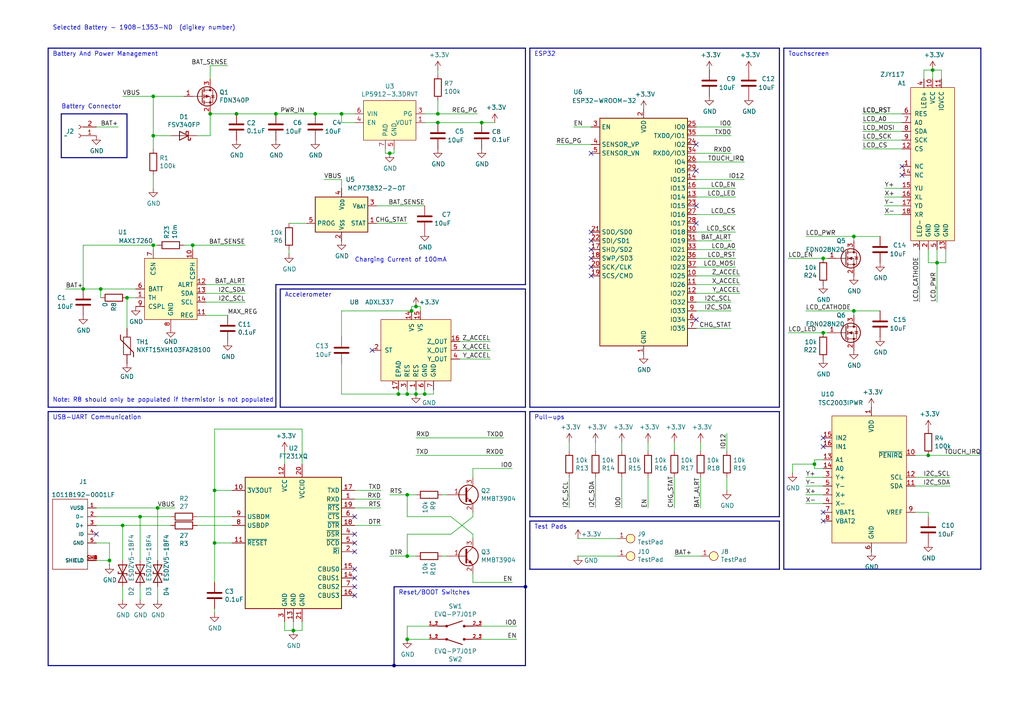
<source format=kicad_sch>
(kicad_sch (version 20250114) (generator "eeschema") (generator_version "9.0")
  (paper "A4")
  (title_block (title "ESP32 Custom SmartWatch") (date "2025-12-06") (rev "5") (company "xAI") (comment 1 "Clement Hathaway") (comment 2 "Evan Hekman") (comment 3 "Julian Carrier") (comment 4 "Ernest Y"))
  (text "Accelerometer\n" (at 82.55 86.36 0) (effects (font (size 1.27 1.27)) (justify left bottom)))
  (text "USB-UART Communication\n" (at 15.24 121.92 0) (effects (font (size 1.27 1.27)) (justify left bottom)))
  (text "Charging Current of 100mA\n" (at 102.87 76.2 0) (effects (font (size 1.27 1.27)) (justify left bottom)))
  (text "Selected Battery - 1908-1353-ND  (digikey number)" (at 15.24 8.89 0) (effects (font (size 1.27 1.27)) (justify left bottom)))
  (text "Test Pads\n" (at 154.94 153.67 0) (effects (font (size 1.27 1.27)) (justify left bottom)))
  (text "Pull-ups\n" (at 154.94 121.92 0) (effects (font (size 1.27 1.27)) (justify left bottom)))
  (text "Note: R8 should only be populated if thermistor is not populated" (at 15.24 116.84 0) (effects (font (size 1.27 1.27)) (justify left bottom)))
  (text "Battery Connector" (at 17.78 31.75 0) (effects (font (size 1.27 1.27)) (justify left bottom)))
  (text "Reset/BOOT Switches" (at 115.57 172.72 0) (effects (font (size 1.27 1.27)) (justify left bottom)))
  (text "Touchscreen " (at 228.6 16.51 0) (effects (font (size 1.27 1.27)) (justify left bottom)))
  (text "ESP32" (at 154.94 16.51 0) (effects (font (size 1.27 1.27)) (justify left bottom)))
  (text "Battery And Power Management" (at 15.24 16.51 0) (effects (font (size 1.27 1.27)) (justify left bottom)))
  (junction (at 55.88 71.12))
  (junction (at 80.01 33.02))
  (junction (at 68.58 33.02))
  (junction (at 62.23 157.48))
  (junction (at 35.56 152.4))
  (junction (at 114.3 193.04))
  (junction (at 113.03 44.45))
  (junction (at 118.11 161.29))
  (junction (at 29.21 83.82))
  (junction (at 247.65 90.17))
  (junction (at 44.45 27.94))
  (junction (at 152.4 170.18))
  (junction (at 36.83 86.36))
  (junction (at 44.45 39.37))
  (junction (at 119.38 90.17))
  (junction (at 247.65 68.58))
  (junction (at 85.09 182.88))
  (junction (at 120.65 114.3))
  (junction (at 269.24 132.08))
  (junction (at 270.51 20.32))
  (junction (at 238.76 96.52))
  (junction (at 31.75 162.56))
  (junction (at 271.78 76.2))
  (junction (at 45.72 147.32))
  (junction (at 118.11 114.3))
  (junction (at 99.06 33.02))
  (junction (at 238.76 74.93))
  (junction (at 127 35.56))
  (junction (at 91.44 33.02))
  (junction (at 24.13 83.82))
  (junction (at 118.11 143.51))
  (junction (at 139.7 35.56))
  (junction (at 123.19 114.3))
  (junction (at 40.64 149.86))
  (junction (at 236.22 134.62))
  (junction (at 118.11 185.42))
  (junction (at 62.23 142.24))
  (junction (at 115.57 114.3))
  (junction (at 60.96 33.02))
  (junction (at 44.45 71.12))
  (junction (at 127 33.02))
  (junction (at 120.65 88.9))
  (no_connect (at 201.93 59.69))
  (no_connect (at -30.48 34.29))
  (no_connect (at 171.45 80.01))
  (no_connect (at 201.93 49.53))
  (no_connect (at 201.93 64.77))
  (no_connect (at 201.93 92.71))
  (no_connect (at 102.87 167.64))
  (no_connect (at 102.87 172.72))
  (no_connect (at 238.76 151.13))
  (no_connect (at 171.45 67.31))
  (no_connect (at 238.76 127))
  (no_connect (at 102.87 165.1))
  (no_connect (at 107.95 101.6))
  (no_connect (at 238.76 148.59))
  (no_connect (at 27.94 154.94))
  (no_connect (at 238.76 129.54))
  (no_connect (at 102.87 157.48))
  (no_connect (at 171.45 44.45))
  (no_connect (at 102.87 149.86))
  (no_connect (at 171.45 74.93))
  (no_connect (at 171.45 69.85))
  (no_connect (at 171.45 77.47))
  (no_connect (at 261.62 48.26))
  (no_connect (at 171.45 72.39))
  (no_connect (at 102.87 160.02))
  (no_connect (at 261.62 50.8))
  (no_connect (at 102.87 154.94))
  (no_connect (at 102.87 170.18))
  (no_connect (at 201.93 41.91))
  (wire (pts (xy 228.6 96.52) (xy 238.76 96.52)))
  (wire (pts (xy 44.45 39.37) (xy 44.45 27.94)))
  (wire (pts (xy 137.16 168.91) (xy 148.59 168.91)))
  (wire (pts (xy 165.1 138.43) (xy 165.1 147.32)))
  (wire (pts (xy 62.23 157.48) (xy 62.23 142.24)))
  (wire (pts (xy 137.16 135.89) (xy 148.59 135.89)))
  (bus (pts (xy 152.4 170.18) (xy 152.4 193.04)))
  (wire (pts (xy 82.55 182.88) (xy 85.09 182.88)))
  (wire (pts (xy 120.65 113.03) (xy 120.65 114.3)))
  (wire (pts (xy 82.55 180.34) (xy 82.55 182.88)))
  (bus (pts (xy 17.78 45.72) (xy 17.78 33.02)))
  (wire (pts (xy 85.09 182.88) (xy 87.63 182.88)))
  (wire (pts (xy 228.6 74.93) (xy 238.76 74.93)))
  (bus (pts (xy 81.28 118.11) (xy 152.4 118.11)))
  (bus (pts (xy 153.67 151.13) (xy 226.06 151.13)))
  (wire (pts (xy 118.11 114.3) (xy 120.65 114.3)))
  (wire (pts (xy 99.06 105.41) (xy 99.06 114.3)))
  (wire (pts (xy 201.93 87.63) (xy 212.09 87.63)))
  (wire (pts (xy 27.94 157.48) (xy 31.75 157.48)))
  (wire (pts (xy 213.36 72.39) (xy 201.93 72.39)))
  (bus (pts (xy 226.06 165.1) (xy 153.67 165.1)))
  (wire (pts (xy 213.36 62.23) (xy 201.93 62.23)))
  (wire (pts (xy 250.19 40.64) (xy 261.62 40.64)))
  (wire (pts (xy 165.1 128.27) (xy 165.1 130.81)))
  (wire (pts (xy 62.23 176.53) (xy 62.23 177.8)))
  (bus (pts (xy 114.3 170.18) (xy 114.3 193.04)))
  (wire (pts (xy 80.01 33.02) (xy 91.44 33.02)))
  (wire (pts (xy 127 35.56) (xy 139.7 35.56)))
  (wire (pts (xy 91.44 33.02) (xy 99.06 33.02)))
  (wire (pts (xy 29.21 83.82) (xy 39.37 83.82)))
  (wire (pts (xy 120.65 132.08) (xy 146.05 132.08)))
  (wire (pts (xy 118.11 149.86) (xy 118.11 143.51)))
  (wire (pts (xy 203.2 138.43) (xy 203.2 147.32)))
  (wire (pts (xy 201.93 90.17) (xy 212.09 90.17)))
  (wire (pts (xy 201.93 44.45) (xy 212.09 44.45)))
  (wire (pts (xy 62.23 124.46) (xy 87.63 124.46)))
  (wire (pts (xy 210.82 130.81) (xy 210.82 125.73)))
  (wire (pts (xy 123.19 113.03) (xy 123.19 114.3)))
  (wire (pts (xy 119.38 90.17) (xy 99.06 90.17)))
  (wire (pts (xy 119.38 90.17) (xy 119.38 88.9)))
  (wire (pts (xy 102.87 147.32) (xy 110.49 147.32)))
  (wire (pts (xy 125.73 114.3) (xy 125.73 113.03)))
  (wire (pts (xy 99.06 90.17) (xy 99.06 97.79)))
  (wire (pts (xy 124.46 185.42) (xy 118.11 185.42)))
  (bus (pts (xy 13.97 13.97) (xy 152.4 13.97)))
  (wire (pts (xy 180.34 128.27) (xy 180.34 130.81)))
  (wire (pts (xy 142.24 99.06) (xy 133.35 99.06)))
  (wire (pts (xy 109.22 64.77) (xy 118.11 64.77)))
  (wire (pts (xy 201.93 36.83) (xy 212.09 36.83)))
  (wire (pts (xy 118.11 161.29) (xy 120.65 161.29)))
  (bus (pts (xy 226.06 118.11) (xy 226.06 13.97)))
  (wire (pts (xy 109.22 59.69) (xy 123.19 59.69)))
  (wire (pts (xy 31.75 157.48) (xy 31.75 162.56)))
  (wire (pts (xy 102.87 152.4) (xy 110.49 152.4)))
  (bus (pts (xy 81.28 83.82) (xy 81.28 118.11)))
  (wire (pts (xy 270.51 20.32) (xy 273.05 20.32)))
  (wire (pts (xy 59.69 85.09) (xy 71.12 85.09)))
  (wire (pts (xy 247.65 69.85) (xy 247.65 68.58)))
  (bus (pts (xy 226.06 165.1) (xy 226.06 151.13)))
  (wire (pts (xy 201.93 80.01) (xy 214.63 80.01)))
  (bus (pts (xy 227.33 13.97) (xy 227.33 165.1)))
  (wire (pts (xy 137.16 149.86) (xy 130.81 154.94)))
  (wire (pts (xy 59.69 87.63) (xy 71.12 87.63)))
  (wire (pts (xy 139.7 181.61) (xy 149.86 181.61)))
  (wire (pts (xy 213.36 74.93) (xy 201.93 74.93)))
  (wire (pts (xy 35.56 170.18) (xy 35.56 173.99)))
  (bus (pts (xy 13.97 119.38) (xy 13.97 193.04)))
  (wire (pts (xy 35.56 162.56) (xy 35.56 152.4)))
  (bus (pts (xy 153.67 151.13) (xy 153.67 165.1)))
  (wire (pts (xy 195.58 161.29) (xy 203.2 161.29)))
  (wire (pts (xy 137.16 138.43) (xy 137.16 135.89)))
  (wire (pts (xy 39.37 86.36) (xy 36.83 86.36)))
  (wire (pts (xy 118.11 113.03) (xy 118.11 114.3)))
  (wire (pts (xy 265.43 140.97) (xy 275.59 140.97)))
  (wire (pts (xy 118.11 143.51) (xy 120.65 143.51)))
  (wire (pts (xy 274.32 76.2) (xy 274.32 72.39)))
  (wire (pts (xy 120.65 88.9) (xy 121.92 88.9)))
  (bus (pts (xy 13.97 193.04) (xy 114.3 193.04)))
  (wire (pts (xy 256.54 54.61) (xy 261.62 54.61)))
  (wire (pts (xy 233.68 68.58) (xy 247.65 68.58)))
  (wire (pts (xy 115.57 114.3) (xy 118.11 114.3)))
  (wire (pts (xy 247.65 68.58) (xy 255.27 68.58)))
  (wire (pts (xy 27.94 147.32) (xy 45.72 147.32)))
  (wire (pts (xy 139.7 185.42) (xy 149.86 185.42)))
  (bus (pts (xy 152.4 119.38) (xy 152.4 170.18)))
  (wire (pts (xy 62.23 142.24) (xy 67.31 142.24)))
  (wire (pts (xy 99.06 35.56) (xy 102.87 35.56)))
  (wire (pts (xy 114.3 44.45) (xy 114.3 43.18)))
  (wire (pts (xy 137.16 154.94) (xy 130.81 149.86)))
  (wire (pts (xy 113.03 143.51) (xy 118.11 143.51)))
  (wire (pts (xy 142.24 104.14) (xy 133.35 104.14)))
  (wire (pts (xy 19.05 83.82) (xy 24.13 83.82)))
  (wire (pts (xy 60.96 33.02) (xy 68.58 33.02)))
  (wire (pts (xy 44.45 27.94) (xy 35.56 27.94)))
  (wire (pts (xy 82.55 130.81) (xy 82.55 134.62)))
  (wire (pts (xy 57.15 149.86) (xy 67.31 149.86)))
  (bus (pts (xy 153.67 118.11) (xy 153.67 13.97)))
  (wire (pts (xy 271.78 76.2) (xy 274.32 76.2)))
  (wire (pts (xy 113.03 161.29) (xy 118.11 161.29)))
  (wire (pts (xy 236.22 135.89) (xy 238.76 135.89)))
  (wire (pts (xy 44.45 50.8) (xy 44.45 54.61)))
  (wire (pts (xy 27.94 149.86) (xy 40.64 149.86)))
  (wire (pts (xy 233.68 138.43) (xy 238.76 138.43)))
  (wire (pts (xy 267.97 20.32) (xy 270.51 20.32)))
  (bus (pts (xy 36.83 33.02) (xy 36.83 45.72)))
  (wire (pts (xy 265.43 132.08) (xy 269.24 132.08)))
  (wire (pts (xy 201.93 46.99) (xy 215.9 46.99)))
  (bus (pts (xy 80.01 82.55) (xy 152.4 82.55)))
  (wire (pts (xy 120.65 127) (xy 146.05 127)))
  (wire (pts (xy 187.96 128.27) (xy 187.96 130.81)))
  (wire (pts (xy 55.88 71.12) (xy 55.88 72.39)))
  (wire (pts (xy 99.06 33.02) (xy 99.06 35.56)))
  (bus (pts (xy 153.67 119.38) (xy 226.06 119.38)))
  (wire (pts (xy 99.06 114.3) (xy 115.57 114.3)))
  (wire (pts (xy 127 29.21) (xy 127 33.02)))
  (wire (pts (xy 119.38 88.9) (xy 120.65 88.9)))
  (wire (pts (xy 40.64 149.86) (xy 49.53 149.86)))
  (wire (pts (xy 265.43 148.59) (xy 269.24 148.59)))
  (wire (pts (xy 172.72 138.43) (xy 172.72 147.32)))
  (wire (pts (xy 45.72 170.18) (xy 45.72 173.99)))
  (wire (pts (xy 113.03 44.45) (xy 114.3 44.45)))
  (wire (pts (xy 83.82 73.66) (xy 83.82 72.39)))
  (wire (pts (xy 201.93 52.07) (xy 215.9 52.07)))
  (wire (pts (xy 172.72 128.27) (xy 172.72 130.81)))
  (wire (pts (xy 24.13 71.12) (xy 44.45 71.12)))
  (wire (pts (xy 238.76 74.93) (xy 240.03 74.93)))
  (wire (pts (xy 213.36 77.47) (xy 201.93 77.47)))
  (wire (pts (xy 99.06 52.07) (xy 99.06 54.61)))
  (wire (pts (xy 250.19 38.1) (xy 261.62 38.1)))
  (wire (pts (xy 236.22 134.62) (xy 236.22 135.89)))
  (wire (pts (xy 62.23 157.48) (xy 67.31 157.48)))
  (wire (pts (xy 60.96 19.05) (xy 66.04 19.05)))
  (wire (pts (xy 127 20.32) (xy 127 21.59)))
  (wire (pts (xy 201.93 82.55) (xy 214.63 82.55)))
  (wire (pts (xy 233.68 146.05) (xy 238.76 146.05)))
  (wire (pts (xy 87.63 134.62) (xy 87.63 124.46)))
  (bus (pts (xy 152.4 13.97) (xy 152.4 82.55)))
  (wire (pts (xy 60.96 39.37) (xy 60.96 33.02)))
  (wire (pts (xy 111.76 44.45) (xy 111.76 43.18)))
  (wire (pts (xy 256.54 57.15) (xy 261.62 57.15)))
  (wire (pts (xy 195.58 128.27) (xy 195.58 130.81)))
  (wire (pts (xy 55.88 71.12) (xy 71.12 71.12)))
  (wire (pts (xy 201.93 85.09) (xy 214.63 85.09)))
  (wire (pts (xy 44.45 27.94) (xy 53.34 27.94)))
  (wire (pts (xy 118.11 181.61) (xy 118.11 185.42)))
  (wire (pts (xy 59.69 91.44) (xy 66.04 91.44)))
  (wire (pts (xy 270.51 22.86) (xy 270.51 20.32)))
  (bus (pts (xy 284.48 13.97) (xy 284.48 165.1)))
  (wire (pts (xy 62.23 157.48) (xy 62.23 168.91)))
  (wire (pts (xy 201.93 39.37) (xy 212.09 39.37)))
  (wire (pts (xy 265.43 138.43) (xy 275.59 138.43)))
  (bus (pts (xy 17.78 33.02) (xy 36.83 33.02)))
  (wire (pts (xy 60.96 19.05) (xy 60.96 22.86)))
  (wire (pts (xy 171.45 36.83) (xy 166.37 36.83)))
  (wire (pts (xy 45.72 162.56) (xy 45.72 147.32)))
  (wire (pts (xy 93.98 52.07) (xy 99.06 52.07)))
  (wire (pts (xy 233.68 143.51) (xy 238.76 143.51)))
  (bus (pts (xy 153.67 119.38) (xy 153.67 149.86)))
  (wire (pts (xy 40.64 170.18) (xy 40.64 173.99)))
  (wire (pts (xy 250.19 35.56) (xy 261.62 35.56)))
  (wire (pts (xy 233.68 140.97) (xy 238.76 140.97)))
  (bus (pts (xy 152.4 83.82) (xy 152.4 118.11)))
  (bus (pts (xy 226.06 13.97) (xy 153.67 13.97)))
  (wire (pts (xy 233.68 90.17) (xy 247.65 90.17)))
  (wire (pts (xy 236.22 133.35) (xy 236.22 134.62)))
  (wire (pts (xy 115.57 113.03) (xy 115.57 114.3)))
  (wire (pts (xy 269.24 76.2) (xy 271.78 76.2)))
  (wire (pts (xy 201.93 95.25) (xy 212.09 95.25)))
  (wire (pts (xy 35.56 152.4) (xy 49.53 152.4)))
  (wire (pts (xy 40.64 162.56) (xy 40.64 149.86)))
  (wire (pts (xy 102.87 144.78) (xy 110.49 144.78)))
  (bus (pts (xy 13.97 13.97) (xy 13.97 118.11)))
  (wire (pts (xy 123.19 114.3) (xy 125.73 114.3)))
  (wire (pts (xy 128.27 161.29) (xy 129.54 161.29)))
  (wire (pts (xy 99.06 33.02) (xy 102.87 33.02)))
  (wire (pts (xy 269.24 72.39) (xy 269.24 76.2)))
  (wire (pts (xy 27.94 152.4) (xy 35.56 152.4)))
  (wire (pts (xy 87.63 182.88) (xy 87.63 180.34)))
  (wire (pts (xy 201.93 69.85) (xy 212.09 69.85)))
  (bus (pts (xy 153.67 149.86) (xy 226.06 149.86)))
  (bus (pts (xy 153.67 118.11) (xy 226.06 118.11)))
  (wire (pts (xy 130.81 149.86) (xy 118.11 149.86)))
  (wire (pts (xy 83.82 64.77) (xy 88.9 64.77)))
  (wire (pts (xy 111.76 44.45) (xy 113.03 44.45)))
  (wire (pts (xy 57.15 39.37) (xy 60.96 39.37)))
  (wire (pts (xy 180.34 138.43) (xy 180.34 147.32)))
  (wire (pts (xy 124.46 181.61) (xy 118.11 181.61)))
  (wire (pts (xy 68.58 33.02) (xy 80.01 33.02)))
  (wire (pts (xy 269.24 132.08) (xy 284.48 132.08)))
  (wire (pts (xy 139.7 35.56) (xy 143.51 35.56)))
  (wire (pts (xy 45.72 147.32) (xy 50.8 147.32)))
  (wire (pts (xy 210.82 142.24) (xy 210.82 138.43)))
  (wire (pts (xy 247.65 90.17) (xy 255.27 90.17)))
  (wire (pts (xy 201.93 54.61) (xy 213.36 54.61)))
  (wire (pts (xy 256.54 62.23) (xy 261.62 62.23)))
  (wire (pts (xy 44.45 71.12) (xy 45.72 71.12)))
  (wire (pts (xy 273.05 20.32) (xy 273.05 22.86)))
  (wire (pts (xy 31.75 162.56) (xy 31.75 163.83)))
  (wire (pts (xy 53.34 71.12) (xy 55.88 71.12)))
  (wire (pts (xy 256.54 59.69) (xy 261.62 59.69)))
  (wire (pts (xy 142.24 101.6) (xy 133.35 101.6)))
  (wire (pts (xy 213.36 57.15) (xy 201.93 57.15)))
  (wire (pts (xy 59.69 82.55) (xy 71.12 82.55)))
  (wire (pts (xy 85.09 180.34) (xy 85.09 182.88)))
  (wire (pts (xy 238.76 96.52) (xy 240.03 96.52)))
  (wire (pts (xy 128.27 143.51) (xy 129.54 143.51)))
  (wire (pts (xy 250.19 33.02) (xy 261.62 33.02)))
  (wire (pts (xy 179.07 156.21) (xy 167.64 156.21)))
  (wire (pts (xy 238.76 133.35) (xy 236.22 133.35)))
  (bus (pts (xy 227.33 13.97) (xy 284.48 13.97)))
  (wire (pts (xy 236.22 134.62) (xy 229.87 134.62)))
  (bus (pts (xy 227.33 165.1) (xy 284.48 165.1)))
  (bus (pts (xy 226.06 119.38) (xy 226.06 149.86)))
  (wire (pts (xy 229.87 134.62) (xy 229.87 137.16)))
  (wire (pts (xy 195.58 138.43) (xy 195.58 147.32)))
  (bus (pts (xy 80.01 118.11) (xy 13.97 118.11)))
  (wire (pts (xy 127 33.02) (xy 138.43 33.02)))
  (wire (pts (xy 187.96 138.43) (xy 187.96 147.32)))
  (bus (pts (xy 114.3 193.04) (xy 152.4 193.04)))
  (wire (pts (xy 137.16 166.37) (xy 137.16 168.91)))
  (wire (pts (xy 121.92 88.9) (xy 121.92 90.17)))
  (wire (pts (xy 271.78 76.2) (xy 271.78 87.63)))
  (wire (pts (xy 36.83 86.36) (xy 36.83 95.25)))
  (wire (pts (xy 24.13 83.82) (xy 29.21 83.82)))
  (wire (pts (xy 269.24 149.86) (xy 269.24 148.59)))
  (wire (pts (xy 29.21 86.36) (xy 29.21 83.82)))
  (wire (pts (xy 267.97 22.86) (xy 267.97 20.32)))
  (bus (pts (xy 81.28 83.82) (xy 152.4 83.82)))
  (bus (pts (xy 80.01 82.55) (xy 80.01 118.11)))
  (wire (pts (xy 137.16 148.59) (xy 137.16 149.86)))
  (wire (pts (xy 203.2 128.27) (xy 203.2 130.81)))
  (wire (pts (xy 266.7 72.39) (xy 266.7 87.63)))
  (wire (pts (xy 130.81 154.94) (xy 118.11 154.94)))
  (wire (pts (xy 44.45 72.39) (xy 44.45 71.12)))
  (wire (pts (xy 213.36 67.31) (xy 201.93 67.31)))
  (wire (pts (xy 24.13 71.12) (xy 24.13 83.82)))
  (wire (pts (xy 271.78 72.39) (xy 271.78 76.2)))
  (wire (pts (xy 27.94 162.56) (xy 31.75 162.56)))
  (wire (pts (xy 137.16 156.21) (xy 137.16 154.94)))
  (wire (pts (xy 120.65 114.3) (xy 123.19 114.3)))
  (wire (pts (xy 179.07 161.29) (xy 167.64 161.29)))
  (wire (pts (xy 44.45 39.37) (xy 44.45 43.18)))
  (wire (pts (xy 57.15 152.4) (xy 67.31 152.4)))
  (wire (pts (xy 102.87 142.24) (xy 110.49 142.24)))
  (bus (pts (xy 152.4 170.18) (xy 114.3 170.18)))
  (wire (pts (xy 123.19 33.02) (xy 127 33.02)))
  (bus (pts (xy 36.83 45.72) (xy 17.78 45.72)))
  (wire (pts (xy 62.23 142.24) (xy 62.23 124.46)))
  (wire (pts (xy 123.19 35.56) (xy 127 35.56)))
  (wire (pts (xy 247.65 91.44) (xy 247.65 90.17)))
  (wire (pts (xy 49.53 39.37) (xy 44.45 39.37)))
  (wire (pts (xy 118.11 154.94) (xy 118.11 161.29)))
  (wire (pts (xy 27.94 36.83) (xy 34.29 36.83)))
  (wire (pts (xy 250.19 43.18) (xy 261.62 43.18)))
  (wire (pts (xy 171.45 41.91) (xy 161.29 41.91)))
  (bus (pts (xy 13.97 119.38) (xy 152.4 119.38)))
  (label "LCD_CATHODE" (at 233.68 90.17 0))
  (label "TOUCH_IRQ" (at 215.9 46.99 180))
  (label "LCD_PWR" (at 271.78 87.63 90))
  (label "LCD_RST" (at 250.19 33.02 0))
  (label "RXD0" (at 146.05 132.08 180))
  (label "BAT_SENSE" (at 71.12 71.12 180))
  (label "X_ACCEL" (at 214.63 82.55 180))
  (label "LCD_LED" (at 213.36 57.15 180))
  (label "RTS" (at 113.03 143.51 0))
  (label "VBUS" (at 35.56 27.94 0))
  (label "I2C_SDA" (at 212.09 90.17 180))
  (label "IO0" (at 212.09 36.83 180))
  (label "BAT_SENSE" (at 123.19 59.69 180))
  (label "I2C_SCL" (at 212.09 87.63 180))
  (label "PWR_IN" (at 81.28 33.02 0))
  (label "X+" (at 233.68 143.51 0))
  (label "I2C_SDA" (at 275.59 140.97 180))
  (label "X_ACCEL" (at 142.24 101.6 180))
  (label "LCD_CATHODE" (at 266.7 87.63 90))
  (label "LCD_EN" (at 213.36 54.61 180))
  (label "I2C_SCL" (at 71.12 87.63 180))
  (label "TXD" (at 110.49 142.24 180))
  (label "LCD_EN" (at 228.6 74.93 0))
  (label "CHG_STAT" (at 212.09 95.25 180))
  (label "I2C_SDA" (at 71.12 85.09 180))
  (label "TXD0" (at 146.05 127 180))
  (label "Y_ACCEL" (at 142.24 104.14 180))
  (label "RXD" (at 110.49 144.78 180))
  (label "I2C_SCL" (at 275.59 138.43 180))
  (label "RXD" (at 120.65 127 0))
  (label "IO0" (at 148.59 135.89 180))
  (label "BAT+" (at 19.05 83.82 0))
  (label "VBUS" (at 93.98 52.07 0))
  (label "Z_ACCEL" (at 142.24 99.06 180))
  (label "IO12" (at 215.9 52.07 180))
  (label "MAX_REG" (at 66.04 91.44 0))
  (label "X-" (at 256.54 62.23 0))
  (label "BAT+" (at 195.58 161.29 0))
  (label "LCD_CS" (at 213.36 62.23 180))
  (label "LCD_A0" (at 213.36 72.39 180))
  (label "LCD_CS" (at 250.19 43.18 0))
  (label "EN" (at 148.59 168.91 180))
  (label "TXD" (at 120.65 132.08 0))
  (label "BAT_SENSE" (at 66.04 19.05 180))
  (label "LCD_A0" (at 250.19 35.56 0))
  (label "LCD_PWR" (at 233.68 68.58 0))
  (label "DTR" (at 110.49 152.4 180))
  (label "LCD_RST" (at 250.19 33.02 0))
  (label "RTS" (at 110.49 147.32 180))
  (label "Y-" (at 233.68 140.97 0))
  (label "I2C_SDA" (at 172.72 147.32 90))
  (label "TXD0" (at 212.09 39.37 180))
  (label "IO0" (at 149.86 181.61 180))
  (label "Y+" (at 256.54 54.61 0))
  (label "TOUCH_IRQ" (at 284.48 132.08 180))
  (label "Y-" (at 256.54 59.69 0))
  (label "I2C_SCL" (at 165.1 147.32 90))
  (label "BAT_ALRT" (at 71.12 82.55 180))
  (label "BAT_ALRT" (at 203.2 147.32 90))
  (label "REG_PG" (at 138.43 33.02 180))
  (label "REG_PG" (at 161.29 41.91 0))
  (label "X-" (at 233.68 146.05 0))
  (label "Z_ACCEL" (at 214.63 80.01 180))
  (label "LCD_MOSI" (at 250.19 38.1 0))
  (label "CHG_STAT" (at 195.58 147.32 90))
  (label "LCD_LED" (at 228.6 96.52 0))
  (label "VBUS" (at 50.8 147.32 180))
  (label "LCD_RST" (at 213.36 74.93 180))
  (label "X+" (at 256.54 57.15 0))
  (label "IO12" (at 210.82 125.73 270))
  (label "IO0" (at 180.34 147.32 90))
  (label "CHG_STAT" (at 118.11 64.77 180))
  (label "LCD_MOSI" (at 213.36 77.47 180))
  (label "BAT_ALRT" (at 212.09 69.85 180))
  (label "Y+" (at 233.68 138.43 0))
  (label "LCD_SCK" (at 250.19 40.64 0))
  (label "Y_ACCEL" (at 214.63 85.09 180))
  (label "BAT+" (at 34.29 36.83 180))
  (label "RXD0" (at 212.09 44.45 180))
  (label "DTR" (at 113.03 161.29 0))
  (label "EN" (at 149.86 185.42 180))
  (label "EN" (at 187.96 147.32 90))
  (label "EN" (at 166.37 36.83 0))
  (label "LCD_SCK" (at 213.36 67.31 180))
  (symbol (lib_id "RF_Module:ESP32-WROOM-32") (at 186.69 67.31 0) (unit 1)
    (property "Reference" "U6" (at 167.64 26.67 0))
    (property "Value" "ESP32-WROOM-32" (at 175.26 29.21 0))
    (property "Footprint" "RF_Module:ESP32-WROOM-32" (effects (hide yes)))
    (property "Datasheet" "https://www.espressif.com/sites/default/files/documentation/esp32-wroom-32_datasheet_en.pdf" (effects (hide yes)))
    (property "Description" "Bluetooth, WiFi Transceiver Module 2.4GHz ~ 2.5GHz Surface Mount" (effects (hide yes)))
    (property "Digikey" "1904-1010-1-ND" (effects (hide yes)))
    (property "MPN" "ESP32-WROOM-32-N4" (effects (hide yes)))
    (property "Voltage Max" "3.6V" (effects (hide yes)))
    (property "Voltage Min" "2.7V" (effects (hide yes)))
    (property "Operating Temperature" "-40°C ~ 85°C" (effects (hide yes)))
    (property "Communications" "Bluetooth, WiFi" (effects (hide yes)))
  )
  (symbol (lib_id "power:+3.3V") (at 186.69 31.75 0) (unit 1)
    (property "Reference" "#PWR0101" (effects (hide yes)))
    (property "Value" "+3.3V" (at 187.071 27.3558 0))
  )
  (symbol (lib_id "power:+3.3V") (at 180.34 128.27 0) (unit 1)
    (property "Reference" "#PWR0103" (effects (hide yes)))
    (property "Value" "+3.3V" (at 180.721 123.8758 0))
  )
  (symbol (lib_id "power:+3.3V") (at 187.96 128.27 0) (unit 1)
    (property "Reference" "#PWR0104" (effects (hide yes)))
    (property "Value" "+3.3V" (at 188.341 123.8758 0))
  )
  (symbol (lib_id "power:GND") (at 186.69 102.87 0) (unit 1)
    (property "Reference" "#PWR0102" (effects (hide yes)))
    (property "Value" "GND" (at 186.817 107.2642 0))
  )
  (symbol (lib_id "Device:Q_NPN_BEC") (at 134.62 143.51 0) (unit 1)
    (property "Reference" "Q2" (at 139.4714 142.3416 0) (effects (justify left)))
    (property "Value" "MMBT3904" (at 139.4714 144.653 0) (effects (justify left)))
    (property "Footprint" "Package_TO_SOT_SMD:SOT-23" (effects (hide yes)))
    (property "Datasheet" "https://assets.nexperia.com/documents/data-sheet/MMBT3904.pdf" (effects (hide yes)))
    (property "Description" "Bipolar (BJT) Transistor NPN 40 V 200 mA 300MHz 250 mW Surface Mount TO-236AB" (effects (hide yes)))
    (property "Digikey" "1727-4044-1-ND" (effects (hide yes)))
    (property "Type" "NPN" (effects (hide yes)))
    (property "Voltage" "40V" (effects (hide yes)))
    (property "Current" "200mA" (effects (hide yes)))
    (property "Power" "250mW" (effects (hide yes)))
  )
  (symbol (lib_id "power:+3.3V") (at 82.55 130.81 0) (unit 1)
    (property "Reference" "#PWR0105" (effects (hide yes)))
    (property "Value" "+3.3V" (at 82.931 126.4158 0))
  )
  (symbol (lib_id "power:GND") (at 62.23 177.8 0) (unit 1)
    (property "Reference" "#PWR0106" (effects (hide yes)))
    (property "Value" "GND" (at 62.357 182.1942 0))
  )
  (symbol (lib_id "power:GND") (at 85.09 182.88 0) (unit 1)
    (property "Reference" "#PWR0107" (effects (hide yes)))
    (property "Value" "GND" (at 85.217 187.2742 0))
  )
  (symbol (lib_name "10118192-0001LF_1") (lib_id "CustomParts:10118192-0001LF") (at 20.32 154.94 0) (mirror y) (unit 1)
    (property "Reference" "J1" (at 24.13 139.7 0))
    (property "Value" "10118192-0001LF" (at 24.13 143.51 0))
    (property "Footprint" "CustomFootprints:AMPHENOL_10118192-0001LF" (effects (hide yes)))
    (property "Datasheet" "https://cdn.amphenol-cs.com/media/wysiwyg/files/documentation/datasheet/inputoutput/io_usb_micro.pdf" (effects (hide yes)))
    (property "Description" "USB - micro B USB 2.0 Receptacle Connector 5 Position Surface Mount, Right Angle" (effects (hide yes)))
    (property "Digikey" "609-4613-1-ND" (effects (hide yes)))
    (property "MPN" "10118192-0001LF" (effects (hide yes)))
    (property "Type" "USB - micro B" (effects (hide yes)))
    (property "Mounting" "Surface Mount, Right Angle" (effects (hide yes)))
    (property "Gender" "Female" (effects (hide yes)))
  )
  (symbol (lib_id "Device:R") (at 53.34 149.86 90) (unit 1)
    (property "Reference" "R2" (at 53.34 144.6022 90))
    (property "Value" "27" (at 53.34 146.9136 90))
    (property "Footprint" "Resistor_SMD:R_0603_1608Metric" (effects (hide yes)))
    (property "Datasheet" "https://www.seielect.com/catalog/SEI-RMCF_RMCP.pdf" (effects (hide yes)))
    (property "Description" "27 Ohms ±5% 0.1W, 1/10W Chip Resistor 0603 (1608 Metric) Automotive AEC-Q200 Thick Film" (effects (hide yes)))
    (property "Digikey" "RMCF0603JT27R0CT-ND" (effects (hide yes)))
    (property "MPN" "RMCF0603JT27R0" (effects (hide yes)))
    (property "Tolerance" "5%" (effects (hide yes)))
    (property "Power" "0.1W" (effects (hide yes)))
    (property "Operating Temperature" "-55°C ~ 155°C" (effects (hide yes)))
  )
  (symbol (lib_id "power:GND") (at 31.75 163.83 0) (unit 1)
    (property "Reference" "#PWR0108" (effects (hide yes)))
    (property "Value" "GND" (at 31.877 168.2242 0))
  )
  (symbol (lib_id "Device:Q_PMOS_GSD") (at 58.42 27.94 0) (unit 1)
    (property "Reference" "Q1" (at 63.6016 26.7716 0) (effects (justify left)))
    (property "Value" "FDN340P" (at 63.6016 29.083 0) (effects (justify left)))
    (property "Footprint" "Package_TO_SOT_SMD:SOT-23" (effects (hide yes)))
    (property "Datasheet" "https://www.onsemi.com/pub/Collateral/FDN340P-D.PDF" (effects (hide yes)))
    (property "Description" "P-Channel 20 V 2A (Ta) 500mW (Ta) Surface Mount SOT-23-3" (effects (hide yes)))
    (property "Digikey" "FDN340PCT-ND" (effects (hide yes)))
    (property "Type" "P-Channel" (effects (hide yes)))
    (property "Voltage" "20V" (effects (hide yes)))
    (property "Current" "2A" (effects (hide yes)))
    (property "Operating Temperature" "-55°C ~ 150°C (TJ)" (effects (hide yes)))
  )
  (symbol (lib_id "Device:D_Schottky") (at 53.34 39.37 180) (unit 1)
    (property "Reference" "D1" (at 53.34 33.8836 0))
    (property "Value" "FSV340FP" (at 53.34 36.195 0))
    (property "Footprint" "Diode_SMD:D_SOD-123" (effects (hide yes)))
    (property "Datasheet" "https://www.onsemi.com/pub/Collateral/FSV360FP-D.PDF" (effects (hide yes)))
    (property "Description" "Diode 40 V 3A Surface Mount SOD-123HE" (effects (hide yes)))
    (property "Digikey" "FSV340FPCT-ND" (effects (hide yes)))
    (property "Voltage" "40V" (effects (hide yes)))
    (property "Current" "3A" (effects (hide yes)))
    (property "Operating Temperature" "-55°C ~ 150°C" (effects (hide yes)))
  )
  (symbol (lib_id "power:+3.3V") (at 269.24 124.46 0) (unit 1)
    (property "Reference" "#PWR0145" (effects (hide yes)))
    (property "Value" "+3.3V" (at 269.621 120.0658 0))
  )
  (symbol (lib_id "Device:R") (at 44.45 46.99 0) (unit 1)
    (property "Reference" "R1" (at 46.228 45.8216 0) (effects (justify left)))
    (property "Value" "100k" (at 46.228 48.133 0) (effects (justify left)))
    (property "Footprint" "Resistor_SMD:R_0603_1608Metric" (effects (hide yes)))
    (property "Datasheet" "https://bourns.com/docs/product-datasheets/cr.pdf?sfvrsn=574d41f6_14" (effects (hide yes)))
    (property "Description" "100 kOhms ±5% 0.1W, 1/10W Chip Resistor 0603 (1608 Metric) Moisture Resistant Thick Film" (effects (hide yes)))
    (property "Digikey" "CR0603-JW-104ELFCT-ND" (effects (hide yes)))
    (property "Tolerance" "5%" (effects (hide yes)))
    (property "Power Rating" "0.1W" (effects (hide yes)))
  )
  (symbol (lib_id "power:GND") (at 44.45 54.61 0) (unit 1)
    (property "Reference" "#PWR0115" (effects (hide yes)))
    (property "Value" "GND" (at 44.577 59.0042 0))
  )
  (symbol (lib_id "CustomParts:LP5912-3.3DRVT") (at 113.03 34.29 0) (unit 1)
    (property "Reference" "U3" (at 113.03 25.019 0))
    (property "Value" "LP5912-3.3DRVT" (at 113.03 27.3304 0))
    (property "Footprint" "Package_SON:WSON-6-1EP_2x2mm_P0.65mm_EP1x1.6mm_ThermalVias" (effects (hide yes)))
    (property "Datasheet" "http://www.ti.com/lit/ds/symlink/lp5912.pdf" (effects (hide yes)))
    (property "Description" "Linear Voltage Regulator IC Positive Fixed 1 Output 500mA 6-WSON (2x2)" (effects (hide yes)))
    (property "Digikey PN" "296-44153-1-ND" (effects (hide yes)))
    (property "Voltage" "6.5V" (effects (hide yes)))
    (property "Operating Temperature" "-40°C ~ 125°C (TJ)" (effects (hide yes)))
  )
  (symbol (lib_id "power:GND") (at 113.03 44.45 0) (unit 1)
    (property "Reference" "#PWR0116" (effects (hide yes)))
    (property "Value" "GND" (at 113.157 48.8442 0))
  )
  (symbol (lib_id "power:+3.3V") (at 143.51 35.56 0) (unit 1)
    (property "Reference" "#PWR0117" (effects (hide yes)))
    (property "Value" "+3.3V" (at 143.891 31.1658 0))
  )
  (symbol (lib_id "Device:C") (at 68.58 36.83 0) (unit 1)
    (property "Reference" "C2" (at 71.501 35.6616 0) (effects (justify left)))
    (property "Value" "0.1uF" (at 71.501 37.973 0) (effects (justify left)))
    (property "Footprint" "Capacitor_SMD:C_0603_1608Metric" (effects (hide yes)))
    (property "Datasheet" "https://mm.digikey.com/Volume0/opasdata/d220001/medias/docus/609/CL10B104KA8NNNC_Spec.pdf" (effects (hide yes)))
    (property "Description" "0.1 µF ±10% 25V Ceramic Capacitor X7R 0603 (1608 Metric)" (effects (hide yes)))
    (property "Digikey" "1276-1006-1-ND" (effects (hide yes)))
    (property "MPN" "CL10B104KA8NNNC" (effects (hide yes)))
    (property "Voltage" "25V" (effects (hide yes)))
    (property "Temp Co" "X7R" (effects (hide yes)))
    (property "Operating Temperature" "-55°C ~ 125°C" (effects (hide yes)))
    (property "Tolerance" "10%" (effects (hide yes)))
  )
  (symbol (lib_id "power:GND") (at 68.58 40.64 0) (unit 1)
    (property "Reference" "#PWR0118" (effects (hide yes)))
    (property "Value" "GND" (at 68.707 45.0342 0))
  )
  (symbol (lib_id "power:GND") (at 139.7 43.18 0) (unit 1)
    (property "Reference" "#PWR0119" (effects (hide yes)))
    (property "Value" "GND" (at 139.827 47.5742 0))
  )
  (symbol (lib_id "power:GND") (at 127 43.18 0) (unit 1)
    (property "Reference" "#PWR0120" (effects (hide yes)))
    (property "Value" "GND" (at 127.127 47.5742 0))
  )
  (symbol (lib_id "power:GND") (at 91.44 40.64 0) (unit 1)
    (property "Reference" "#PWR0121" (effects (hide yes)))
    (property "Value" "GND" (at 91.567 45.0342 0))
  )
  (symbol (lib_id "power:+3.3V") (at 127 20.32 0) (unit 1)
    (property "Reference" "#PWR0122" (effects (hide yes)))
    (property "Value" "+3.3V" (at 127.381 15.9258 0))
  )
  (symbol (lib_id "power:+3.3V") (at 172.72 128.27 0) (unit 1)
    (property "Reference" "#PWR0109" (effects (hide yes)))
    (property "Value" "+3.3V" (at 173.101 123.8758 0))
  )
  (symbol (lib_id "power:+3.3V") (at 165.1 128.27 0) (unit 1)
    (property "Reference" "#PWR0110" (effects (hide yes)))
    (property "Value" "+3.3V" (at 165.481 123.8758 0))
  )
  (symbol (lib_id "CustomParts:TestPad") (at 203.2 161.29 0) (unit 1)
    (property "Reference" "J8" (at 208.9912 159.9946 0) (effects (justify left)))
    (property "Value" "TestPad" (at 208.9912 162.306 0) (effects (justify left)))
    (property "Footprint" "CustomFootprints:TESTPAD" (effects (hide yes)))
  )
  (symbol (lib_id "power:+3.3V") (at 167.64 156.21 0) (unit 1)
    (property "Reference" "#PWR0111" (effects (hide yes)))
    (property "Value" "+3.3V" (at 171.45 154.94 0))
  )
  (symbol (lib_id "CustomParts:TestPad") (at 179.07 161.29 0) (unit 1)
    (property "Reference" "J10" (at 184.8612 159.9946 0) (effects (justify left)))
    (property "Value" "TestPad" (at 184.8612 162.306 0) (effects (justify left)))
    (property "Footprint" "CustomFootprints:TESTPAD" (effects (hide yes)))
  )
  (symbol (lib_id "CustomParts:TestPad") (at 179.07 156.21 0) (unit 1)
    (property "Reference" "J9" (at 184.8612 154.9146 0) (effects (justify left)))
    (property "Value" "TestPad" (at 184.8612 157.226 0) (effects (justify left)))
    (property "Footprint" "CustomFootprints:TESTPAD" (effects (hide yes)))
  )
  (symbol (lib_id "power:GND") (at 167.64 161.29 0) (unit 1)
    (property "Reference" "#PWR0112" (effects (hide yes)))
    (property "Value" "GND" (at 171.45 162.56 0))
  )
  (symbol (lib_id "power:GND") (at 24.13 91.44 0) (unit 1)
    (property "Reference" "#PWR0143" (effects (hide yes)))
    (property "Value" "GND" (at 24.257 95.8342 0))
  )
  (symbol (lib_id "power:GND") (at 210.82 142.24 0) (unit 1)
    (property "Reference" "#PWR0146" (effects (hide yes)))
    (property "Value" "GND" (at 210.947 146.6342 0))
  )
  (symbol (lib_id "Battery_Management:MCP73832-2-OT") (at 99.06 62.23 0) (unit 1)
    (property "Reference" "U5" (at 101.6 52.07 0))
    (property "Value" "MCP73832-2-OT" (at 109.22 54.61 0))
    (property "Footprint" "Package_TO_SOT_SMD:SOT-23-5" (effects (hide yes)))
    (property "Datasheet" "http://ww1.microchip.com/downloads/en/DeviceDoc/20001984g.pdf" (effects (hide yes)))
    (property "Description" "Charger IC Lithium Ion/Polymer SOT-23-5" (effects (hide yes)))
    (property "Digikey" "MCP73832T-2ACI/OTCT-ND" (effects (hide yes)))
    (property "Cells" "1" (effects (hide yes)))
    (property "Voltage" "6V" (effects (hide yes)))
    (property "Operating Temperature" "-40°C ~ 85°C (TA)" (effects (hide yes)))
    (property "Charge Current" "500mA" (effects (hide yes)))
  )
  (symbol (lib_id "power:GND") (at 99.06 69.85 0) (unit 1)
    (property "Reference" "#PWR0141" (effects (hide yes)))
    (property "Value" "GND" (at 99.187 74.2442 0))
  )
  (symbol (lib_id "power:GND") (at 123.19 67.31 0) (unit 1)
    (property "Reference" "#PWR0140" (effects (hide yes)))
    (property "Value" "GND" (at 123.317 71.7042 0))
  )
  (symbol (lib_id "Device:R") (at 83.82 68.58 180) (unit 1)
    (property "Reference" "R6" (at 82.042 69.7484 0) (effects (justify left)))
    (property "Value" "10k" (at 82.042 67.437 0) (effects (justify left)))
    (property "Footprint" "Resistor_SMD:R_0603_1608Metric" (effects (hide yes)))
    (property "Datasheet" "https://www.yageogroup.com/content/datasheet/asset/file/PYU-RC_GROUP_51_ROHS_L" (effects (hide yes)))
    (property "Description" "10 kOhms ±1% 0.125W, 1/8W Chip Resistor 0805 (2012 Metric) Moisture Resistant Thick Film" (effects (hide yes)))
    (property "Digikey" "311-10.0KCRCT-ND" (effects (hide yes)))
    (property "MPN" "RC0805FR-0710KL" (effects (hide yes)))
    (property "Tolerance" "1%" (effects (hide yes)))
    (property "Power" "0.125W" (effects (hide yes)))
    (property "Operating Temperature" "-55°C ~ 155°C" (effects (hide yes)))
  )
  (symbol (lib_id "power:GND") (at 83.82 73.66 0) (unit 1)
    (property "Reference" "#PWR0139" (effects (hide yes)))
    (property "Value" "GND" (at 83.947 78.0542 0))
  )
  (symbol (lib_id "power:+3.3V") (at 195.58 128.27 0) (unit 1)
    (property "Reference" "#PWR0113" (effects (hide yes)))
    (property "Value" "+3.3V" (at 195.961 123.8758 0))
  )
  (symbol (lib_id "power:+3.3V") (at 203.2 128.27 0) (unit 1)
    (property "Reference" "#PWR0114" (effects (hide yes)))
    (property "Value" "+3.3V" (at 203.581 123.8758 0))
  )
  (symbol (lib_id "Interface_USB:FT231XQ") (at 85.09 157.48 0) (unit 1)
    (property "Reference" "U2" (at 85.09 130.0226 0))
    (property "Value" "FT231XQ" (at 85.09 132.334 0))
    (property "Footprint" "Package_DFN_QFN:QFN-20-1EP_4x4mm_P0.5mm_EP2.5x2.5mm" (effects (hide yes)))
    (property "Datasheet" "https://www.ftdichip.com/Support/Documents/DataSheets/ICs/DS_FT231X.pdf" (effects (hide yes)))
    (property "Description" "USB Bridge, USB to UART USB 2.0 UART Interface 20-QFN (4x4)" (effects (hide yes)))
    (property "Digikey" "768-1128-1-ND" (effects (hide yes)))
    (property "Protocol" "USB" (effects (hide yes)))
    (property "Voltage Range" "3.3V ~ 5V" (effects (hide yes)))
    (property "Operating Temperature" "-40°C ~ 85°C" (effects (hide yes)))
  )
  (symbol (lib_id "power:GND") (at 39.37 88.9 0) (unit 1)
    (property "Reference" "#PWR0142" (effects (hide yes)))
    (property "Value" "GND" (at 39.497 93.2942 0))
  )
  (symbol (lib_id "Connector:Conn_01x02_Female") (at 22.86 39.37 180) (unit 1)
    (property "Reference" "J2" (at 20.32 38.1 0))
    (property "Value" "~" (at 19.05 39.37 0))
    (property "Footprint" "CustomFootprints:BATTERY" (effects (hide yes)))
  )
  (symbol (lib_id "Device:R") (at 49.53 71.12 90) (unit 1)
    (property "Reference" "R23" (at 48.3616 69.342 0) (effects (justify left)))
    (property "Value" "10m" (at 50.673 69.342 0) (effects (justify left)))
    (property "Footprint" "Resistor_SMD:R_0805_2012Metric" (effects (hide yes)))
    (property "Datasheet" "https://www.susumu.co.jp/common/pdf/n_catalog_partition08_en.pdf" (effects (hide yes)))
    (property "Description" "10 mOhms ±5% 0.25W, 1/4W Chip Resistor 0805 (2012 Metric) Current Sense Thin Film" (effects (hide yes)))
    (property "Digikey" "RL12T.010JCT-ND" (effects (hide yes)))
    (property "Tolerance" "5%" (effects (hide yes)))
    (property "Power Rating" "0.25W" (effects (hide yes)))
    (property "Operating Temperature" "-55°C ~ 125°C" (effects (hide yes)))
  )
  (symbol (lib_id "power:GND") (at 27.94 39.37 0) (unit 1)
    (property "Reference" "#PWR0124" (effects (hide yes)))
    (property "Value" "GND" (at 28.067 43.7642 0))
  )
  (symbol (lib_id "CustomParts:ZJY117") (at 270.51 49.53 0) (unit 1)
    (property "Reference" "A1" (at 260.35 24.13 0) (effects (justify left)))
    (property "Value" "ZJY117" (at 255.27 21.59 0) (effects (justify left)))
    (property "Footprint" "CustomFootprints:ZJY117" (effects (hide yes)))
    (property "Datasheet" "https://www.icbanq.com/icdownload/data/ICBShop/Board/ZJY117-1.8_18P%20TFT%20LCD%20With%20Touch%20Panel.pdf" (effects (hide yes)))
    (property "Description" "1.8-inch 160×128 TFT module using ST7735, 18-pin 3.3 V interface, plus resistive touch panel stacked on top." (effects (hide yes)))
    (property "Voltage" "3.3V" (effects (hide yes)))
    (property "Backlight" "LED" (effects (hide yes)))
    (property "Touchscreen" "Resistive" (effects (hide yes)))
    (property "Protocol" "SPI" (effects (hide yes)))
    (property "Resolution" "160 × 128" (effects (hide yes)))
    (property "Area" "28 mm × 22 mm" (effects (hide yes)))
  )
  (symbol (lib_name "EVQ-P7J01P_2") (lib_id "CustomParts:EVQ-P7J01P") (at 132.08 181.61 0) (unit 1)
    (property "Reference" "SW1" (at 132.08 175.8442 0))
    (property "Value" "EVQ-P7J01P" (at 132.08 178.1556 0))
    (property "Footprint" "CustomFootprints:SW_EVQ-P7J01P" (effects (hide yes)))
    (property "Datasheet" "https://api.pim.na.industrial.panasonic.com/file_stream/main/fileversion/245500" (effects (hide yes)))
    (property "Description" "Tactile Switch SPST-NO Side Actuated Surface Mount, Right Angle" (effects (hide yes)))
    (property "Digikey" "P16767CT-ND" (effects (hide yes)))
    (property "Circuit" "SPST-NO" (effects (hide yes)))
    (property "Mounting" "Surface Mount, Right Angle" (effects (hide yes)))
  )
  (symbol (lib_id "power:GND") (at 118.11 185.42 0) (unit 1)
    (property "Reference" "#PWR0134" (effects (hide yes)))
    (property "Value" "GND" (at 118.237 189.8142 0))
  )
  (symbol (lib_id "power:GND") (at 49.53 95.25 0) (unit 1)
    (property "Reference" "#PWR01" (effects (hide yes)))
    (property "Value" "GND" (at 49.53 99.06 0))
  )
  (symbol (lib_id "power:GND") (at 66.04 99.06 0) (unit 1)
    (property "Reference" "#PWR02" (effects (hide yes)))
    (property "Value" "GND" (at 66.167 103.4542 0))
  )
  (symbol (lib_id "CustomParts:TSC2003IPWR") (at 252.73 139.7 0) (unit 1)
    (property "Reference" "U10" (at 240.03 114.3 0))
    (property "Value" "TSC2003IPWR" (at 243.84 116.84 0))
    (property "Footprint" "Package_SO:TSSOP-16_4.4x5mm_P0.65mm" (effects (hide yes)))
    (property "Datasheet" "http://www.ti.com/lit/ds/symlink/tsc2003.pdf" (effects (hide yes)))
    (property "Description" "Touchscreen Controller 4 Wire Resistive 12 b I2C Interface 16-TSSOP" (effects (hide yes)))
    (property "Digikey" "296-14340-1-ND" (effects (hide yes)))
    (property "Type" "Resistive" (effects (hide yes)))
    (property "Interface" "I2C" (effects (hide yes)))
    (property "Operating Temperature" "-40°C ~ 85°C" (effects (hide yes)))
    (property "Resolution" "12b" (effects (hide yes)))
  )
  (symbol (lib_id "power:GND") (at 252.73 160.02 0) (unit 1)
    (property "Reference" "#PWR0135" (effects (hide yes)))
    (property "Value" "GND" (at 252.857 164.4142 0))
  )
  (symbol (lib_id "power:+3.3V") (at 252.73 118.11 0) (unit 1)
    (property "Reference" "#PWR0136" (effects (hide yes)))
    (property "Value" "+3.3V" (at 253.111 113.7158 0))
  )
  (symbol (lib_id "power:GND") (at 269.24 157.48 0) (unit 1)
    (property "Reference" "#PWR0137" (effects (hide yes)))
    (property "Value" "GND" (at 269.367 161.8742 0))
  )
  (symbol (lib_id "power:GND") (at 229.87 137.16 0) (unit 1)
    (property "Reference" "#PWR0138" (effects (hide yes)))
    (property "Value" "GND" (at 229.997 141.5542 0))
  )
  (symbol (lib_id "power:GND") (at 247.65 101.6 0) (unit 1)
    (property "Reference" "#PWR0123" (effects (hide yes)))
    (property "Value" "GND" (at 247.777 105.9942 0))
  )
  (symbol (lib_id "CustomParts:MAX17260") (at 49.53 85.09 0) (unit 1)
    (property "Reference" "U1" (at 35.56 67.31 0))
    (property "Value" "MAX17260" (at 39.37 69.85 0))
    (property "Footprint" "CustomFootprints:TDFN16-EP" (effects (hide yes)))
    (property "Datasheet" "https://datasheets.maximintegrated.com/en/ds/MAX17260.pdf" (effects (hide yes)))
    (property "Description" "Battery Battery Monitor IC Lithium Ion 9-WLP (1.47x1.45)" (effects (hide yes)))
    (property "Digikey" "175-MAX17260SEWL+TCT-ND" (effects (hide yes)))
    (property "Cell Count" "1" (effects (hide yes)))
    (property "Interface" "I2C" (effects (hide yes)))
    (property "Operating Temperature" "-40°C ~ 85°C" (effects (hide yes)))
    (property "Battery Chemistry" "Li-ion" (effects (hide yes)))
  )
  (symbol (lib_id "power:GND") (at 247.65 80.01 0) (unit 1)
    (property "Reference" "#PWR07" (effects (hide yes)))
    (property "Value" "GND" (at 247.777 84.4042 0))
  )
  (symbol (lib_id "power:GND") (at 238.76 82.55 0) (unit 1)
    (property "Reference" "#PWR06" (effects (hide yes)))
    (property "Value" "GND" (at 238.887 86.9442 0))
  )
  (symbol (lib_id "power:GND") (at 80.01 40.64 0) (unit 1)
    (property "Reference" "#PWR0148" (effects (hide yes)))
    (property "Value" "GND" (at 80.137 45.0342 0))
  )
  (symbol (lib_id "Device:C") (at 80.01 36.83 0) (mirror y) (unit 1)
    (property "Reference" "C6" (at 87.63 35.56 0) (effects (justify left)))
    (property "Value" "10uF" (at 87.63 38.1 0) (effects (justify left)))
    (property "Footprint" "Capacitor_SMD:C_0603_1608Metric" (effects (hide yes)))
    (property "Datasheet" "https://datasheets.kyocera-avx.com/cx5r-KGM.pdf" (effects (hide yes)))
    (property "Description" "10 µF ±10% 10V Ceramic Capacitor X5R 0603 (1608 Metric)" (effects (hide yes)))
    (property "Digikey" "478-10766-1-ND" (effects (hide yes)))
    (property "MPN" "0603ZD106KAT2A" (effects (hide yes)))
    (property "Voltage" "10V" (effects (hide yes)))
    (property "Temp Co" "X5R" (effects (hide yes)))
    (property "Operating Temperature" "-55°C ~ 85°C" (effects (hide yes)))
  )
  (symbol (lib_id "power:GND") (at 205.74 27.94 0) (unit 1)
    (property "Reference" "#PWR0144" (effects (hide yes)))
    (property "Value" "GND" (at 205.867 32.3342 0))
  )
  (symbol (lib_id "power:GND") (at 217.17 27.94 0) (unit 1)
    (property "Reference" "#PWR0132" (effects (hide yes)))
    (property "Value" "GND" (at 217.297 32.3342 0))
  )
  (symbol (lib_id "power:+3.3V") (at 205.74 20.32 0) (unit 1)
    (property "Reference" "#PWR0130" (effects (hide yes)))
    (property "Value" "+3.3V" (at 206.121 15.9258 0))
  )
  (symbol (lib_id "power:+3.3V") (at 217.17 20.32 0) (unit 1)
    (property "Reference" "#PWR0129" (effects (hide yes)))
    (property "Value" "+3.3V" (at 217.551 15.9258 0))
  )
  (symbol (lib_id "power:GND") (at 255.27 97.79 0) (unit 1)
    (property "Reference" "#PWR0149" (effects (hide yes)))
    (property "Value" "GND" (at 255.397 102.1842 0))
  )
  (symbol (lib_id "power:GND") (at 255.27 76.2 0) (unit 1)
    (property "Reference" "#PWR0150" (effects (hide yes)))
    (property "Value" "GND" (at 255.397 80.5942 0))
  )
  (symbol (lib_id "CustomParts:ADXL337") (at 120.65 101.6 0) (unit 1)
    (property "Reference" "U8" (at 104.14 87.63 0) (effects (justify right)))
    (property "Value" "ADXL337" (at 114.3 87.63 0) (effects (justify right)))
    (property "Footprint" "CustomFootprints:ADXL337BCPZ-RL" (effects (hide yes)))
    (property "Datasheet" "https://www.analog.com/media/en/technical-documentation/data-sheets/ADXL337.pdf" (effects (hide yes)))
    (property "Description" "Accelerometer X, Y, Z Axis ±3g 1.6kHz (X,Y), 550Hz (Z) 16-LFCSP-LQ (3x3)" (effects (hide yes)))
    (property "Digikey" "ADXL337BCPZ-RLCT-ND" (effects (hide yes)))
    (property "Type" "Analog" (effects (hide yes)))
    (property "Axis" "X, Y, Z" (effects (hide yes)))
    (property "Range" "3g" (effects (hide yes)))
    (property "Operating Tmperature" "-40°C ~ 85°C" (effects (hide yes)))
  )
  (symbol (lib_id "power:+3.3V") (at 120.65 88.9 0) (unit 1)
    (property "Reference" "#PWR0133" (effects (hide yes)))
    (property "Value" "+3.3V" (at 124.46 87.63 0))
  )
  (symbol (lib_id "Device:Thermistor") (at 36.83 100.33 0) (unit 1)
    (property "Reference" "TH1" (at 39.497 99.1616 0) (effects (justify left)))
    (property "Value" "NXFT15XH103FA2B100" (at 39.497 101.473 0) (effects (justify left)))
    (property "Footprint" "Connector_PinHeader_1.00mm:PinHeader_1x02_P1.00mm_Vertical" (effects (hide yes)))
    (property "Datasheet" "https://www.murata.com/~/media/webrenewal/support/library/catalog/products/thermistor/ntc/r44e.ashx?la=en-us" (effects (hide yes)))
    (property "Description" "NTC Thermistor 10k Bead" (effects (hide yes)))
    (property "Digikey" "490-5630-ND" (effects (hide yes)))
    (property "Tolerance" "1%" (effects (hide yes)))
    (property "Nominal Resistance" "10k" (effects (hide yes)))
    (property "B25/85" "3434K" (effects (hide yes)))
    (property "Power" "100mW" (effects (hide yes)))
    (property "Operating Temperature" "-40°C ~ 125°C" (effects (hide yes)))
  )
  (symbol (lib_id "power:GND") (at 36.83 105.41 0) (unit 1)
    (property "Reference" "#PWR03" (effects (hide yes)))
    (property "Value" "GND" (at 36.83 109.22 0))
  )
  (symbol (lib_id "Device:R") (at 33.02 86.36 270) (unit 1)
    (property "Reference" "R8" (at 33.02 87.63 0) (effects (justify left)))
    (property "Value" "0" (at 30.48 87.63 0) (effects (justify left)))
    (property "Footprint" "Resistor_SMD:R_0603_1608Metric" (effects (hide yes)))
    (property "Datasheet" "https://www.yageogroup.com/content/datasheet/asset/file/PYU-RC_GROUP_51_ROHS_L" (effects (hide yes)))
    (property "Description" "0 Ohms Jumper Chip Resistor 0603 (1608 Metric) Moisture Resistant Thick Film" (effects (hide yes)))
    (property "Digikey" "311-0.0GRCT-ND" (effects (hide yes)))
    (property "MPN" "RC0603JR-070RL" (effects (hide yes)))
    (property "Temperature Rating" "-55°C ~ 155°C" (effects (hide yes)))
  )
  (symbol (lib_id "power:GND") (at 238.76 104.14 0) (unit 1)
    (property "Reference" "#PWR0147" (effects (hide yes)))
    (property "Value" "GND" (at 238.887 108.5342 0))
  )
  (symbol (lib_id "Device:Q_NMOS_GSD") (at 245.11 74.93 0) (unit 1)
    (property "Reference" "Q5" (at 242.57 69.85 0) (effects (justify left)))
    (property "Value" "FDN028N20" (at 233.68 72.39 0) (effects (justify left)))
    (property "Footprint" "Package_TO_SOT_SMD:SOT-23" (effects (hide yes)))
    (property "Datasheet" "https://www.onsemi.com/pub/Collateral/FDN028N20-D.pdf" (effects (hide yes)))
    (property "Description" "N-Channel 20 V 6.1A (Tc) 1.5W (Tc) Surface Mount SOT-23-3" (effects (hide yes)))
    (property "Digikey" "FDN028N20OSCT-ND" (effects (hide yes)))
    (property "Voltage" "20V" (effects (hide yes)))
    (property "Current" "6.1A" (effects (hide yes)))
    (property "Power" "1.5W" (effects (hide yes)))
    (property "Type" "N-Channel" (effects (hide yes)))
  )
  (symbol (lib_id "Device:D_TVS") (at 35.56 166.37 270) (unit 1)
    (property "Reference" "D2" (at 38.1 170.18 0) (effects (justify left)))
    (property "Value" "ESDZV5-1BF4" (at 38.1 154.94 0) (effects (justify left)))
    (property "Footprint" "Diode_SMD:D_0201_0603Metric" (effects (hide yes)))
    (property "Datasheet" "https://www.st.com/content/ccc/resource/technical/document/datasheet/group3/3b/a1/d0/ee/47/bb/49/64/DM00344091/files/DM00344091.pdf/jcr:content/translations/en.DM00344091.pdf" (effects (hide yes)))
    (property "Description" "10V Clamp 7A (8/20µs) Ipp Tvs Diode Surface Mount 0201" (effects (hide yes)))
    (property "Digikey" "497-17318-1-ND" (effects (hide yes)))
    (property "Type" "Zener" (effects (hide yes)))
    (property "Zener Voltage" "5.5V" (effects (hide yes)))
    (property "Clamping Voltage" "10V" (effects (hide yes)))
    (property "Current" "7A" (effects (hide yes)))
    (property "Power" "70W" (effects (hide yes)))
    (property "Operating Temperature" "-55°C ~ 150°C (TJ)" (effects (hide yes)))
  )
  (symbol (lib_id "power:GND") (at 35.56 173.99 0) (unit 1)
    (property "Reference" "#PWR0125" (effects (hide yes)))
    (property "Value" "GND" (at 35.687 178.3842 0))
  )
  (symbol (lib_id "power:GND") (at 40.64 173.99 0) (unit 1)
    (property "Reference" "#PWR0126" (effects (hide yes)))
    (property "Value" "GND" (at 40.767 178.3842 0))
  )
  (symbol (lib_id "power:GND") (at 45.72 173.99 0) (unit 1)
    (property "Reference" "#PWR0127" (effects (hide yes)))
    (property "Value" "GND" (at 45.847 178.3842 0))
  )
  (symbol (lib_id "power:+3.3V") (at 270.51 20.32 0) (unit 1)
    (property "Reference" "#PWR0128" (effects (hide yes)))
    (property "Value" "+3.3V" (at 270.891 15.9258 0))
  )
  (symbol (lib_id "power:GND") (at 120.65 114.3 0) (unit 1)
    (property "Reference" "#PWR?" (effects (hide yes)))
    (property "Value" "GND" (at 124.46 116.84 0))
  )
  (symbol (lib_id "Device:R") (at 210.82 134.62 0) (mirror x) (unit 1)
    (property "Reference" "R19" (at 212.598 135.7884 0) (effects (justify left)))
    (property "Value" "10k" (at 212.598 133.477 0) (effects (justify left)))
    (property "Footprint" "Resistor_SMD:R_0603_1608Metric" (effects (hide yes)))
    (property "Datasheet" "https://www.yageogroup.com/content/datasheet/asset/file/PYU-RC_GROUP_51_ROHS_L" (effects (hide yes)))
    (property "Description" "10 kOhms ±1% 0.125W, 1/8W Chip Resistor 0805 (2012 Metric) Moisture Resistant Thick Film" (effects (hide yes)))
    (property "Digikey" "311-10.0KCRCT-ND" (effects (hide yes)))
    (property "MPN" "RC0805FR-0710KL" (effects (hide yes)))
    (property "Tolerance" "1%" (effects (hide yes)))
    (property "Power" "0.125W" (effects (hide yes)))
    (property "Operating Temperature" "-55°C ~ 155°C" (effects (hide yes)))
  )
  (symbol (lib_id "Device:C") (at 66.04 95.25 0) (unit 1)
    (property "Reference" "C11" (at 68.961 94.0816 0) (effects (justify left)))
    (property "Value" "0.1uF" (at 68.961 96.393 0) (effects (justify left)))
    (property "Footprint" "Capacitor_SMD:C_0603_1608Metric" (effects (hide yes)))
    (property "Datasheet" "https://mm.digikey.com/Volume0/opasdata/d220001/medias/docus/609/CL10B104KA8NNNC_Spec.pdf" (effects (hide yes)))
    (property "Description" "0.1 µF ±10% 25V Ceramic Capacitor X7R 0603 (1608 Metric)" (effects (hide yes)))
    (property "Digikey" "1276-1006-1-ND" (effects (hide yes)))
    (property "MPN" "CL10B104KA8NNNC" (effects (hide yes)))
    (property "Voltage" "25V" (effects (hide yes)))
    (property "Temp Co" "X7R" (effects (hide yes)))
    (property "Operating Temperature" "-55°C ~ 125°C" (effects (hide yes)))
    (property "Tolerance" "10%" (effects (hide yes)))
  )
  (symbol (lib_id "Device:R") (at 238.76 100.33 180) (unit 1)
    (property "Reference" "R22" (at 236.982 101.4984 0) (effects (justify left)))
    (property "Value" "10k" (at 236.982 99.187 0) (effects (justify left)))
    (property "Footprint" "Resistor_SMD:R_0603_1608Metric" (effects (hide yes)))
    (property "Datasheet" "https://www.yageogroup.com/content/datasheet/asset/file/PYU-RC_GROUP_51_ROHS_L" (effects (hide yes)))
    (property "Description" "10 kOhms ±1% 0.125W, 1/8W Chip Resistor 0805 (2012 Metric) Moisture Resistant Thick Film" (effects (hide yes)))
    (property "Digikey" "311-10.0KCRCT-ND" (effects (hide yes)))
    (property "MPN" "RC0805FR-0710KL" (effects (hide yes)))
    (property "Tolerance" "1%" (effects (hide yes)))
    (property "Power" "0.125W" (effects (hide yes)))
    (property "Operating Temperature" "-55°C ~ 155°C" (effects (hide yes)))
  )
  (symbol (lib_id "Device:R") (at 165.1 134.62 0) (mirror x) (unit 1)
    (property "Reference" "R13" (at 166.878 135.7884 0) (effects (justify left)))
    (property "Value" "10k" (at 166.878 133.477 0) (effects (justify left)))
    (property "Footprint" "Resistor_SMD:R_0603_1608Metric" (effects (hide yes)))
    (property "Datasheet" "https://www.yageogroup.com/content/datasheet/asset/file/PYU-RC_GROUP_51_ROHS_L" (effects (hide yes)))
    (property "Description" "10 kOhms ±1% 0.125W, 1/8W Chip Resistor 0805 (2012 Metric) Moisture Resistant Thick Film" (effects (hide yes)))
    (property "Digikey" "311-10.0KCRCT-ND" (effects (hide yes)))
    (property "MPN" "RC0805FR-0710KL" (effects (hide yes)))
    (property "Tolerance" "1%" (effects (hide yes)))
    (property "Power" "0.125W" (effects (hide yes)))
    (property "Operating Temperature" "-55°C ~ 155°C" (effects (hide yes)))
  )
  (symbol (lib_id "Device:R") (at 124.46 143.51 270) (unit 1)
    (property "Reference" "R9" (at 125.6284 145.288 0) (effects (justify left)))
    (property "Value" "10k" (at 123.317 145.288 0) (effects (justify left)))
    (property "Footprint" "Resistor_SMD:R_0603_1608Metric" (effects (hide yes)))
    (property "Datasheet" "https://www.yageogroup.com/content/datasheet/asset/file/PYU-RC_GROUP_51_ROHS_L" (effects (hide yes)))
    (property "Description" "10 kOhms ±1% 0.125W, 1/8W Chip Resistor 0805 (2012 Metric) Moisture Resistant Thick Film" (effects (hide yes)))
    (property "Digikey" "311-10.0KCRCT-ND" (effects (hide yes)))
    (property "MPN" "RC0805FR-0710KL" (effects (hide yes)))
    (property "Tolerance" "1%" (effects (hide yes)))
    (property "Power" "0.125W" (effects (hide yes)))
    (property "Operating Temperature" "-55°C ~ 155°C" (effects (hide yes)))
  )
  (symbol (lib_id "Device:R") (at 187.96 134.62 0) (mirror x) (unit 1)
    (property "Reference" "R16" (at 189.738 135.7884 0) (effects (justify left)))
    (property "Value" "10k" (at 189.738 133.477 0) (effects (justify left)))
    (property "Footprint" "Resistor_SMD:R_0603_1608Metric" (effects (hide yes)))
    (property "Datasheet" "https://www.yageogroup.com/content/datasheet/asset/file/PYU-RC_GROUP_51_ROHS_L" (effects (hide yes)))
    (property "Description" "10 kOhms ±1% 0.125W, 1/8W Chip Resistor 0805 (2012 Metric) Moisture Resistant Thick Film" (effects (hide yes)))
    (property "Digikey" "311-10.0KCRCT-ND" (effects (hide yes)))
    (property "MPN" "RC0805FR-0710KL" (effects (hide yes)))
    (property "Tolerance" "1%" (effects (hide yes)))
    (property "Power" "0.125W" (effects (hide yes)))
    (property "Operating Temperature" "-55°C ~ 155°C" (effects (hide yes)))
  )
  (symbol (lib_id "Device:R") (at 172.72 134.62 0) (mirror x) (unit 1)
    (property "Reference" "R14" (at 174.498 135.7884 0) (effects (justify left)))
    (property "Value" "10k" (at 174.498 133.477 0) (effects (justify left)))
    (property "Footprint" "Resistor_SMD:R_0603_1608Metric" (effects (hide yes)))
    (property "Datasheet" "https://www.yageogroup.com/content/datasheet/asset/file/PYU-RC_GROUP_51_ROHS_L" (effects (hide yes)))
    (property "Description" "10 kOhms ±1% 0.125W, 1/8W Chip Resistor 0805 (2012 Metric) Moisture Resistant Thick Film" (effects (hide yes)))
    (property "Digikey" "311-10.0KCRCT-ND" (effects (hide yes)))
    (property "MPN" "RC0805FR-0710KL" (effects (hide yes)))
    (property "Tolerance" "1%" (effects (hide yes)))
    (property "Power" "0.125W" (effects (hide yes)))
    (property "Operating Temperature" "-55°C ~ 155°C" (effects (hide yes)))
  )
  (symbol (lib_id "Device:R") (at 180.34 134.62 0) (mirror x) (unit 1)
    (property "Reference" "R15" (at 182.118 135.7884 0) (effects (justify left)))
    (property "Value" "10k" (at 182.118 133.477 0) (effects (justify left)))
    (property "Footprint" "Resistor_SMD:R_0603_1608Metric" (effects (hide yes)))
    (property "Datasheet" "https://www.yageogroup.com/content/datasheet/asset/file/PYU-RC_GROUP_51_ROHS_L" (effects (hide yes)))
    (property "Description" "10 kOhms ±1% 0.125W, 1/8W Chip Resistor 0805 (2012 Metric) Moisture Resistant Thick Film" (effects (hide yes)))
    (property "Digikey" "311-10.0KCRCT-ND" (effects (hide yes)))
    (property "MPN" "RC0805FR-0710KL" (effects (hide yes)))
    (property "Tolerance" "1%" (effects (hide yes)))
    (property "Power" "0.125W" (effects (hide yes)))
    (property "Operating Temperature" "-55°C ~ 155°C" (effects (hide yes)))
  )
  (symbol (lib_id "Device:R") (at 203.2 134.62 0) (mirror x) (unit 1)
    (property "Reference" "R18" (at 204.978 135.7884 0) (effects (justify left)))
    (property "Value" "10k" (at 204.978 133.477 0) (effects (justify left)))
    (property "Footprint" "Resistor_SMD:R_0603_1608Metric" (effects (hide yes)))
    (property "Datasheet" "https://www.yageogroup.com/content/datasheet/asset/file/PYU-RC_GROUP_51_ROHS_L" (effects (hide yes)))
    (property "Description" "10 kOhms ±1% 0.125W, 1/8W Chip Resistor 0805 (2012 Metric) Moisture Resistant Thick Film" (effects (hide yes)))
    (property "Digikey" "311-10.0KCRCT-ND" (effects (hide yes)))
    (property "MPN" "RC0805FR-0710KL" (effects (hide yes)))
    (property "Tolerance" "1%" (effects (hide yes)))
    (property "Power" "0.125W" (effects (hide yes)))
    (property "Operating Temperature" "-55°C ~ 155°C" (effects (hide yes)))
  )
  (symbol (lib_id "Device:C") (at 99.06 101.6 0) (unit 1)
    (property "Reference" "C13" (at 91.44 100.33 0) (effects (justify left)))
    (property "Value" "10uF" (at 91.44 102.87 0) (effects (justify left)))
    (property "Footprint" "Capacitor_SMD:C_0603_1608Metric" (effects (hide yes)))
    (property "Datasheet" "https://datasheets.kyocera-avx.com/cx5r-KGM.pdf" (effects (hide yes)))
    (property "Description" "10 µF ±10% 10V Ceramic Capacitor X5R 0603 (1608 Metric)" (effects (hide yes)))
    (property "Digikey" "478-10766-1-ND" (effects (hide yes)))
    (property "MPN" "0603ZD106KAT2A" (effects (hide yes)))
    (property "Voltage" "10V" (effects (hide yes)))
    (property "Temp Co" "X5R" (effects (hide yes)))
    (property "Operating Temperature" "-55°C ~ 85°C" (effects (hide yes)))
  )
  (symbol (lib_id "Device:C") (at 205.74 24.13 0) (mirror y) (unit 1)
    (property "Reference" "C9" (at 213.36 22.86 0) (effects (justify left)))
    (property "Value" "10uF" (at 213.36 25.4 0) (effects (justify left)))
    (property "Footprint" "Capacitor_SMD:C_0603_1608Metric" (effects (hide yes)))
    (property "Datasheet" "https://datasheets.kyocera-avx.com/cx5r-KGM.pdf" (effects (hide yes)))
    (property "Description" "10 µF ±10% 10V Ceramic Capacitor X5R 0603 (1608 Metric)" (effects (hide yes)))
    (property "Digikey" "478-10766-1-ND" (effects (hide yes)))
    (property "MPN" "0603ZD106KAT2A" (effects (hide yes)))
    (property "Voltage" "10V" (effects (hide yes)))
    (property "Temp Co" "X5R" (effects (hide yes)))
    (property "Operating Temperature" "-55°C ~ 85°C" (effects (hide yes)))
  )
  (symbol (lib_id "Device:C") (at 217.17 24.13 0) (mirror y) (unit 1)
    (property "Reference" "C12" (at 224.79 22.86 0) (effects (justify left)))
    (property "Value" "10uF" (at 224.79 25.4 0) (effects (justify left)))
    (property "Footprint" "Capacitor_SMD:C_0603_1608Metric" (effects (hide yes)))
    (property "Datasheet" "https://datasheets.kyocera-avx.com/cx5r-KGM.pdf" (effects (hide yes)))
    (property "Description" "10 µF ±10% 10V Ceramic Capacitor X5R 0603 (1608 Metric)" (effects (hide yes)))
    (property "Digikey" "478-10766-1-ND" (effects (hide yes)))
    (property "MPN" "0603ZD106KAT2A" (effects (hide yes)))
    (property "Voltage" "10V" (effects (hide yes)))
    (property "Temp Co" "X5R" (effects (hide yes)))
    (property "Operating Temperature" "-55°C ~ 85°C" (effects (hide yes)))
  )
  (symbol (lib_id "Device:C") (at 269.24 153.67 0) (mirror y) (unit 1)
    (property "Reference" "C10" (at 276.86 152.4 0) (effects (justify left)))
    (property "Value" "10uF" (at 276.86 154.94 0) (effects (justify left)))
    (property "Footprint" "Capacitor_SMD:C_0603_1608Metric" (effects (hide yes)))
    (property "Datasheet" "https://datasheets.kyocera-avx.com/cx5r-KGM.pdf" (effects (hide yes)))
    (property "Description" "10 µF ±10% 10V Ceramic Capacitor X5R 0603 (1608 Metric)" (effects (hide yes)))
    (property "Digikey" "478-10766-1-ND" (effects (hide yes)))
    (property "MPN" "0603ZD106KAT2A" (effects (hide yes)))
    (property "Voltage" "10V" (effects (hide yes)))
    (property "Temp Co" "X5R" (effects (hide yes)))
    (property "Operating Temperature" "-55°C ~ 85°C" (effects (hide yes)))
  )
  (symbol (lib_id "Device:C") (at 123.19 63.5 0) (mirror y) (unit 1)
    (property "Reference" "C7" (at 130.81 62.23 0) (effects (justify left)))
    (property "Value" "10uF" (at 130.81 64.77 0) (effects (justify left)))
    (property "Footprint" "Capacitor_SMD:C_0603_1608Metric" (effects (hide yes)))
    (property "Datasheet" "https://datasheets.kyocera-avx.com/cx5r-KGM.pdf" (effects (hide yes)))
    (property "Description" "10 µF ±10% 10V Ceramic Capacitor X5R 0603 (1608 Metric)" (effects (hide yes)))
    (property "Digikey" "478-10766-1-ND" (effects (hide yes)))
    (property "MPN" "0603ZD106KAT2A" (effects (hide yes)))
    (property "Voltage" "10V" (effects (hide yes)))
    (property "Temp Co" "X5R" (effects (hide yes)))
    (property "Operating Temperature" "-55°C ~ 85°C" (effects (hide yes)))
  )
  (symbol (lib_id "Device:R") (at 269.24 128.27 0) (unit 1)
    (property "Reference" "R4" (at 271.018 127.1016 0) (effects (justify left)))
    (property "Value" "100k" (at 271.018 129.413 0) (effects (justify left)))
    (property "Footprint" "Resistor_SMD:R_0603_1608Metric" (effects (hide yes)))
    (property "Datasheet" "https://bourns.com/docs/product-datasheets/cr.pdf?sfvrsn=574d41f6_14" (effects (hide yes)))
    (property "Description" "100 kOhms ±5% 0.1W, 1/10W Chip Resistor 0603 (1608 Metric) Moisture Resistant Thick Film" (effects (hide yes)))
    (property "Digikey" "CR0603-JW-104ELFCT-ND" (effects (hide yes)))
    (property "Tolerance" "5%" (effects (hide yes)))
    (property "Power Rating" "0.1W" (effects (hide yes)))
  )
  (symbol (lib_id "Device:R") (at 127 25.4 0) (unit 1)
    (property "Reference" "R7" (at 128.778 24.2316 0) (effects (justify left)))
    (property "Value" "100k" (at 128.778 26.543 0) (effects (justify left)))
    (property "Footprint" "Resistor_SMD:R_0603_1608Metric" (effects (hide yes)))
    (property "Datasheet" "https://bourns.com/docs/product-datasheets/cr.pdf?sfvrsn=574d41f6_14" (effects (hide yes)))
    (property "Description" "100 kOhms ±5% 0.1W, 1/10W Chip Resistor 0603 (1608 Metric) Moisture Resistant Thick Film" (effects (hide yes)))
    (property "Digikey" "CR0603-JW-104ELFCT-ND" (effects (hide yes)))
    (property "Tolerance" "5%" (effects (hide yes)))
    (property "Power Rating" "0.1W" (effects (hide yes)))
  )
  (symbol (lib_name "EVQ-P7J01P_2") (lib_id "CustomParts:EVQ-P7J01P") (at 132.08 185.42 0) (mirror x) (unit 1)
    (property "Reference" "SW2" (at 132.08 191.1858 0))
    (property "Value" "EVQ-P7J01P" (at 132.08 188.8744 0))
    (property "Footprint" "CustomFootprints:SW_EVQ-P7J01P" (effects (hide yes)))
    (property "Datasheet" "https://api.pim.na.industrial.panasonic.com/file_stream/main/fileversion/245500" (effects (hide yes)))
    (property "Description" "Tactile Switch SPST-NO Side Actuated Surface Mount, Right Angle" (effects (hide yes)))
    (property "Digikey" "P16767CT-ND" (effects (hide yes)))
    (property "Circuit" "SPST-NO" (effects (hide yes)))
    (property "Mounting" "Surface Mount, Right Angle" (effects (hide yes)))
  )
  (symbol (lib_id "Device:Q_NMOS_GSD") (at 245.11 96.52 0) (unit 1)
    (property "Reference" "Q6" (at 242.57 91.44 0) (effects (justify left)))
    (property "Value" "FDN028N20" (at 233.68 93.98 0) (effects (justify left)))
    (property "Footprint" "Package_TO_SOT_SMD:SOT-23" (effects (hide yes)))
    (property "Datasheet" "https://www.onsemi.com/pub/Collateral/FDN028N20-D.pdf" (effects (hide yes)))
    (property "Description" "N-Channel 20 V 6.1A (Tc) 1.5W (Tc) Surface Mount SOT-23-3" (effects (hide yes)))
    (property "Digikey" "FDN028N20OSCT-ND" (effects (hide yes)))
    (property "Voltage" "20V" (effects (hide yes)))
    (property "Current" "6.1A" (effects (hide yes)))
    (property "Power" "1.5W" (effects (hide yes)))
    (property "Type" "N-Channel" (effects (hide yes)))
  )
  (symbol (lib_id "Device:R") (at 238.76 78.74 180) (unit 1)
    (property "Reference" "R24" (at 236.982 79.9084 0) (effects (justify left)))
    (property "Value" "10k" (at 236.982 77.597 0) (effects (justify left)))
    (property "Footprint" "Resistor_SMD:R_0603_1608Metric" (effects (hide yes)))
    (property "Datasheet" "https://www.yageogroup.com/content/datasheet/asset/file/PYU-RC_GROUP_51_ROHS_L" (effects (hide yes)))
    (property "Description" "10 kOhms ±1% 0.125W, 1/8W Chip Resistor 0805 (2012 Metric) Moisture Resistant Thick Film" (effects (hide yes)))
    (property "Digikey" "311-10.0KCRCT-ND" (effects (hide yes)))
    (property "MPN" "RC0805FR-0710KL" (effects (hide yes)))
    (property "Tolerance" "1%" (effects (hide yes)))
    (property "Power" "0.125W" (effects (hide yes)))
    (property "Operating Temperature" "-55°C ~ 155°C" (effects (hide yes)))
  )
  (symbol (lib_id "Device:Q_NPN_BEC") (at 134.62 161.29 0) (unit 1)
    (property "Reference" "Q3" (at 139.4714 160.1216 0) (effects (justify left)))
    (property "Value" "MMBT3904" (at 139.4714 162.433 0) (effects (justify left)))
    (property "Footprint" "Package_TO_SOT_SMD:SOT-23" (effects (hide yes)))
    (property "Datasheet" "https://assets.nexperia.com/documents/data-sheet/MMBT3904.pdf" (effects (hide yes)))
    (property "Description" "Bipolar (BJT) Transistor NPN 40 V 200 mA 300MHz 250 mW Surface Mount TO-236AB" (effects (hide yes)))
    (property "Digikey" "1727-4044-1-ND" (effects (hide yes)))
    (property "Type" "NPN" (effects (hide yes)))
    (property "Voltage" "40V" (effects (hide yes)))
    (property "Current" "200mA" (effects (hide yes)))
    (property "Power" "250mW" (effects (hide yes)))
  )
  (symbol (lib_id "Device:D_TVS") (at 45.72 166.37 270) (unit 1)
    (property "Reference" "D4" (at 48.26 170.18 0) (effects (justify left)))
    (property "Value" "ESDZV5-1BF4" (at 48.26 154.94 0) (effects (justify left)))
    (property "Footprint" "Diode_SMD:D_0201_0603Metric" (effects (hide yes)))
    (property "Datasheet" "https://www.st.com/content/ccc/resource/technical/document/datasheet/group3/3b/a1/d0/ee/47/bb/49/64/DM00344091/files/DM00344091.pdf/jcr:content/translations/en.DM00344091.pdf" (effects (hide yes)))
    (property "Description" "10V Clamp 7A (8/20µs) Ipp Tvs Diode Surface Mount 0201" (effects (hide yes)))
    (property "Digikey" "497-17318-1-ND" (effects (hide yes)))
    (property "Type" "Zener" (effects (hide yes)))
    (property "Zener Voltage" "5.5V" (effects (hide yes)))
    (property "Clamping Voltage" "10V" (effects (hide yes)))
    (property "Current" "7A" (effects (hide yes)))
    (property "Power" "70W" (effects (hide yes)))
    (property "Operating Temperature" "-55°C ~ 150°C (TJ)" (effects (hide yes)))
  )
  (symbol (lib_id "Device:C") (at 127 39.37 0) (mirror y) (unit 1)
    (property "Reference" "C5" (at 134.62 38.1 0) (effects (justify left)))
    (property "Value" "10uF" (at 134.62 40.64 0) (effects (justify left)))
    (property "Footprint" "Capacitor_SMD:C_0603_1608Metric" (effects (hide yes)))
    (property "Datasheet" "https://datasheets.kyocera-avx.com/cx5r-KGM.pdf" (effects (hide yes)))
    (property "Description" "10 µF ±10% 10V Ceramic Capacitor X5R 0603 (1608 Metric)" (effects (hide yes)))
    (property "Digikey" "478-10766-1-ND" (effects (hide yes)))
    (property "MPN" "0603ZD106KAT2A" (effects (hide yes)))
    (property "Voltage" "10V" (effects (hide yes)))
    (property "Temp Co" "X5R" (effects (hide yes)))
    (property "Operating Temperature" "-55°C ~ 85°C" (effects (hide yes)))
  )
  (symbol (lib_id "Device:C") (at 255.27 93.98 0) (mirror y) (unit 1)
    (property "Reference" "C15" (at 262.89 92.71 0) (effects (justify left)))
    (property "Value" "10uF" (at 262.89 95.25 0) (effects (justify left)))
    (property "Footprint" "Capacitor_SMD:C_0603_1608Metric" (effects (hide yes)))
    (property "Datasheet" "https://datasheets.kyocera-avx.com/cx5r-KGM.pdf" (effects (hide yes)))
    (property "Description" "10 µF ±10% 10V Ceramic Capacitor X5R 0603 (1608 Metric)" (effects (hide yes)))
    (property "Digikey" "478-10766-1-ND" (effects (hide yes)))
    (property "MPN" "0603ZD106KAT2A" (effects (hide yes)))
    (property "Voltage" "10V" (effects (hide yes)))
    (property "Temp Co" "X5R" (effects (hide yes)))
    (property "Operating Temperature" "-55°C ~ 85°C" (effects (hide yes)))
  )
  (symbol (lib_id "Device:C") (at 91.44 36.83 0) (mirror y) (unit 1)
    (property "Reference" "C4" (at 99.06 35.56 0) (effects (justify left)))
    (property "Value" "10uF" (at 99.06 38.1 0) (effects (justify left)))
    (property "Footprint" "Capacitor_SMD:C_0603_1608Metric" (effects (hide yes)))
    (property "Datasheet" "https://datasheets.kyocera-avx.com/cx5r-KGM.pdf" (effects (hide yes)))
    (property "Description" "10 µF ±10% 10V Ceramic Capacitor X5R 0603 (1608 Metric)" (effects (hide yes)))
    (property "Digikey" "478-10766-1-ND" (effects (hide yes)))
    (property "MPN" "0603ZD106KAT2A" (effects (hide yes)))
    (property "Voltage" "10V" (effects (hide yes)))
    (property "Temp Co" "X5R" (effects (hide yes)))
    (property "Operating Temperature" "-55°C ~ 85°C" (effects (hide yes)))
  )
  (symbol (lib_id "Device:C") (at 24.13 87.63 0) (unit 1)
    (property "Reference" "C1" (at 16.51 86.36 0) (effects (justify left)))
    (property "Value" "10uF" (at 16.51 88.9 0) (effects (justify left)))
    (property "Footprint" "Capacitor_SMD:C_0603_1608Metric" (effects (hide yes)))
    (property "Datasheet" "https://datasheets.kyocera-avx.com/cx5r-KGM.pdf" (effects (hide yes)))
    (property "Description" "10 µF ±10% 10V Ceramic Capacitor X5R 0603 (1608 Metric)" (effects (hide yes)))
    (property "Digikey" "478-10766-1-ND" (effects (hide yes)))
    (property "MPN" "0603ZD106KAT2A" (effects (hide yes)))
    (property "Voltage" "10V" (effects (hide yes)))
    (property "Temp Co" "X5R" (effects (hide yes)))
    (property "Operating Temperature" "-55°C ~ 85°C" (effects (hide yes)))
  )
  (symbol (lib_id "Device:D_TVS") (at 40.64 166.37 270) (unit 1)
    (property "Reference" "D3" (at 43.18 170.18 0) (effects (justify left)))
    (property "Value" "ESDZV5-1BF4" (at 43.18 154.94 0) (effects (justify left)))
    (property "Footprint" "Diode_SMD:D_0201_0603Metric" (effects (hide yes)))
    (property "Datasheet" "https://www.st.com/content/ccc/resource/technical/document/datasheet/group3/3b/a1/d0/ee/47/bb/49/64/DM00344091/files/DM00344091.pdf/jcr:content/translations/en.DM00344091.pdf" (effects (hide yes)))
    (property "Description" "10V Clamp 7A (8/20µs) Ipp Tvs Diode Surface Mount 0201" (effects (hide yes)))
    (property "Digikey" "497-17318-1-ND" (effects (hide yes)))
    (property "Type" "Zener" (effects (hide yes)))
    (property "Zener Voltage" "5.5V" (effects (hide yes)))
    (property "Clamping Voltage" "10V" (effects (hide yes)))
    (property "Current" "7A" (effects (hide yes)))
    (property "Power" "70W" (effects (hide yes)))
    (property "Operating Temperature" "-55°C ~ 150°C (TJ)" (effects (hide yes)))
  )
  (symbol (lib_id "Device:R") (at 124.46 161.29 270) (unit 1)
    (property "Reference" "R10" (at 125.6284 163.068 0) (effects (justify left)))
    (property "Value" "10k" (at 123.317 163.068 0) (effects (justify left)))
    (property "Footprint" "Resistor_SMD:R_0603_1608Metric" (effects (hide yes)))
    (property "Datasheet" "https://www.yageogroup.com/content/datasheet/asset/file/PYU-RC_GROUP_51_ROHS_L" (effects (hide yes)))
    (property "Description" "10 kOhms ±1% 0.125W, 1/8W Chip Resistor 0805 (2012 Metric) Moisture Resistant Thick Film" (effects (hide yes)))
    (property "Digikey" "311-10.0KCRCT-ND" (effects (hide yes)))
    (property "MPN" "RC0805FR-0710KL" (effects (hide yes)))
    (property "Tolerance" "1%" (effects (hide yes)))
    (property "Power" "0.125W" (effects (hide yes)))
    (property "Operating Temperature" "-55°C ~ 155°C" (effects (hide yes)))
  )
  (symbol (lib_id "Device:R") (at 53.34 152.4 90) (mirror x) (unit 1)
    (property "Reference" "R3" (at 53.34 157.6578 90))
    (property "Value" "27" (at 53.34 155.3464 90))
    (property "Footprint" "Resistor_SMD:R_0603_1608Metric" (effects (hide yes)))
    (property "Datasheet" "https://www.seielect.com/catalog/SEI-RMCF_RMCP.pdf" (effects (hide yes)))
    (property "Description" "27 Ohms ±5% 0.1W, 1/10W Chip Resistor 0603 (1608 Metric) Automotive AEC-Q200 Thick Film" (effects (hide yes)))
    (property "Digikey" "RMCF0603JT27R0CT-ND" (effects (hide yes)))
    (property "MPN" "RMCF0603JT27R0" (effects (hide yes)))
    (property "Tolerance" "5%" (effects (hide yes)))
    (property "Power" "0.1W" (effects (hide yes)))
    (property "Operating Temperature" "-55°C ~ 155°C" (effects (hide yes)))
  )
  (symbol (lib_id "Device:C") (at 139.7 39.37 0) (unit 1)
    (property "Reference" "C8" (at 142.621 38.2016 0) (effects (justify left)))
    (property "Value" "0.1uF" (at 142.621 40.513 0) (effects (justify left)))
    (property "Footprint" "Capacitor_SMD:C_0603_1608Metric" (effects (hide yes)))
    (property "Datasheet" "https://mm.digikey.com/Volume0/opasdata/d220001/medias/docus/609/CL10B104KA8NNNC_Spec.pdf" (effects (hide yes)))
    (property "Description" "0.1 µF ±10% 25V Ceramic Capacitor X7R 0603 (1608 Metric)" (effects (hide yes)))
    (property "Digikey" "1276-1006-1-ND" (effects (hide yes)))
    (property "MPN" "CL10B104KA8NNNC" (effects (hide yes)))
    (property "Voltage" "25V" (effects (hide yes)))
    (property "Temp Co" "X7R" (effects (hide yes)))
    (property "Operating Temperature" "-55°C ~ 125°C" (effects (hide yes)))
    (property "Tolerance" "10%" (effects (hide yes)))
  )
  (symbol (lib_id "Device:C") (at 255.27 72.39 0) (mirror y) (unit 1)
    (property "Reference" "C14" (at 262.89 71.12 0) (effects (justify left)))
    (property "Value" "10uF" (at 262.89 73.66 0) (effects (justify left)))
    (property "Footprint" "Capacitor_SMD:C_0603_1608Metric" (effects (hide yes)))
    (property "Datasheet" "https://datasheets.kyocera-avx.com/cx5r-KGM.pdf" (effects (hide yes)))
    (property "Description" "10 µF ±10% 10V Ceramic Capacitor X5R 0603 (1608 Metric)" (effects (hide yes)))
    (property "Digikey" "478-10766-1-ND" (effects (hide yes)))
    (property "MPN" "0603ZD106KAT2A" (effects (hide yes)))
    (property "Voltage" "10V" (effects (hide yes)))
    (property "Temp Co" "X5R" (effects (hide yes)))
    (property "Operating Temperature" "-55°C ~ 85°C" (effects (hide yes)))
  )
  (symbol (lib_id "Device:C") (at 62.23 172.72 0) (unit 1)
    (property "Reference" "C3" (at 65.151 171.5516 0) (effects (justify left)))
    (property "Value" "0.1uF" (at 65.151 173.863 0) (effects (justify left)))
    (property "Footprint" "Capacitor_SMD:C_0603_1608Metric" (effects (hide yes)))
    (property "Datasheet" "https://mm.digikey.com/Volume0/opasdata/d220001/medias/docus/609/CL10B104KA8NNNC_Spec.pdf" (effects (hide yes)))
    (property "Description" "0.1 µF ±10% 25V Ceramic Capacitor X7R 0603 (1608 Metric)" (effects (hide yes)))
    (property "Digikey" "1276-1006-1-ND" (effects (hide yes)))
    (property "MPN" "CL10B104KA8NNNC" (effects (hide yes)))
    (property "Voltage" "25V" (effects (hide yes)))
    (property "Temp Co" "X7R" (effects (hide yes)))
    (property "Operating Temperature" "-55°C ~ 125°C" (effects (hide yes)))
    (property "Tolerance" "10%" (effects (hide yes)))
  )
  (symbol (lib_id "Device:R") (at 195.58 134.62 0) (mirror x) (unit 1)
    (property "Reference" "R17" (at 197.358 135.7884 0) (effects (justify left)))
    (property "Value" "10k" (at 197.358 133.477 0) (effects (justify left)))
    (property "Footprint" "Resistor_SMD:R_0603_1608Metric" (effects (hide yes)))
    (property "Datasheet" "https://www.yageogroup.com/content/datasheet/asset/file/PYU-RC_GROUP_51_ROHS_L" (effects (hide yes)))
    (property "Description" "10 kOhms ±1% 0.125W, 1/8W Chip Resistor 0805 (2012 Metric) Moisture Resistant Thick Film" (effects (hide yes)))
    (property "Digikey" "311-10.0KCRCT-ND" (effects (hide yes)))
    (property "MPN" "RC0805FR-0710KL" (effects (hide yes)))
    (property "Tolerance" "1%" (effects (hide yes)))
    (property "Power" "0.125W" (effects (hide yes)))
    (property "Operating Temperature" "-55°C ~ 155°C" (effects (hide yes)))
  )
)
</source>
